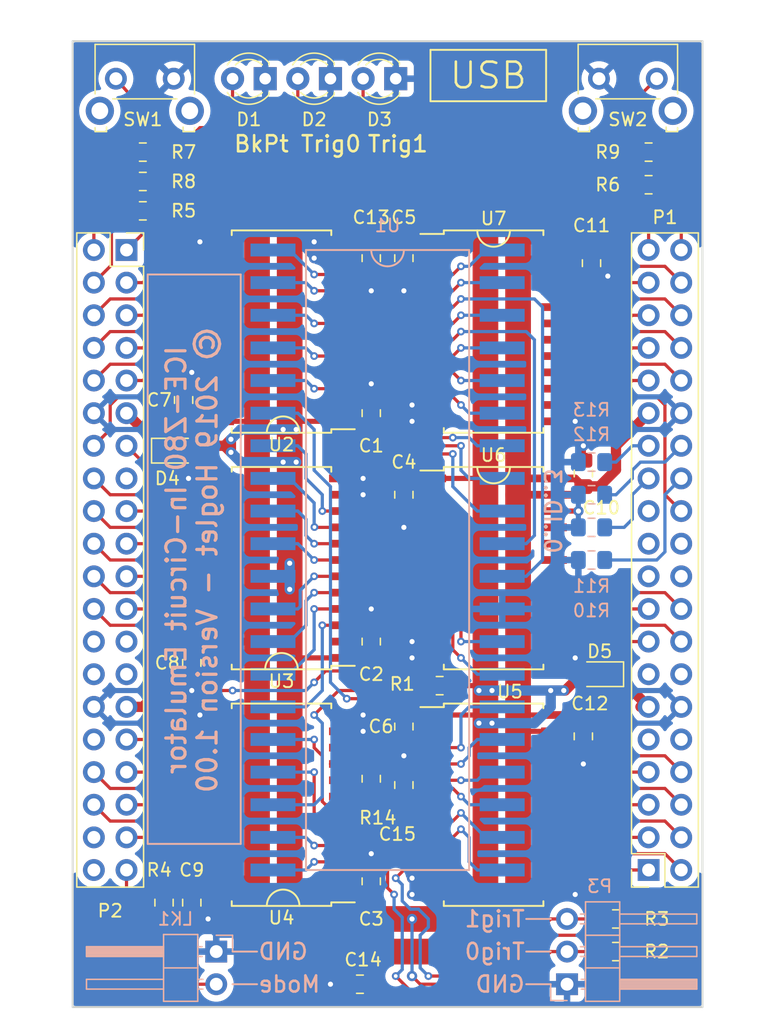
<source format=kicad_pcb>
(kicad_pcb (version 20221018) (generator pcbnew)
  (layers (0 "F.Cu" signal) (31 "B.Cu" signal) (34 "B.Paste" user) (35 "F.Paste" user) (36 "B.SilkS" user "B.Silkscreen") (37 "F.SilkS" user "F.Silkscreen") (38 "B.Mask" user) (39 "F.Mask" user) (44 "Edge.Cuts" user))
  (net 0 "")
  (net 1 "/GND")
  (net 2 "/D7")
  (net 3 "/D6")
  (net 4 "/D5")
  (net 5 "/D4")
  (net 6 "/D3")
  (net 7 "/D2")
  (net 8 "/D1")
  (net 9 "/D0")
  (net 10 "/5V")
  (net 11 "/3V3")
  (net 12 "/A0")
  (net 13 "/A1")
  (net 14 "/A2")
  (net 15 "/A3")
  (net 16 "/A4")
  (net 17 "/A5")
  (net 18 "/A6")
  (net 19 "/A7")
  (net 20 "/A8")
  (net 21 "/A9")
  (net 22 "/A10")
  (net 23 "/A11")
  (net 24 "/A12")
  (net 25 "/A13")
  (net 26 "/A14")
  (net 27 "/A15")
  (net 28 "Net-(R1-Pad2)")
  (net 29 "/LV_A0")
  (net 30 "/LV_A1")
  (net 31 "/LV_A2")
  (net 32 "/LV_A3")
  (net 33 "/LV_A4")
  (net 34 "/LV_A5")
  (net 35 "/LV_A6")
  (net 36 "/LV_A7")
  (net 37 "/LV_A9")
  (net 38 "/LV_A10")
  (net 39 "/LV_A11")
  (net 40 "/LV_A15")
  (net 41 "/LV_A14")
  (net 42 "/LV_A13")
  (net 43 "/LV_D7")
  (net 44 "/LV_D6")
  (net 45 "/LV_D5")
  (net 46 "/LV_D4")
  (net 47 "/LV_D3")
  (net 48 "/LV_D2")
  (net 49 "/LV_D1")
  (net 50 "/LV_D0")
  (net 51 "/LV_OED")
  (net 52 "/LV_A12")
  (net 53 "Net-(P1-Pad14)")
  (net 54 "Net-(P1-Pad13)")
  (net 55 "Net-(P1-Pad10)")
  (net 56 "Net-(P2-Pad28)")
  (net 57 "Net-(P2-Pad27)")
  (net 58 "Net-(P2-Pad25)")
  (net 59 "Net-(P2-Pad15)")
  (net 60 "Net-(D1-Pad2)")
  (net 61 "Net-(D2-Pad2)")
  (net 62 "Net-(D3-Pad2)")
  (net 63 "/VIN2")
  (net 64 "/VIN1")
  (net 65 "/SW2")
  (net 66 "/LED3")
  (net 67 "/LV_TRIG1")
  (net 68 "/LV_TRIG0")
  (net 69 "/JUMPER")
  (net 70 "/LED2")
  (net 71 "/SW1")
  (net 72 "/LED1")
  (net 73 "/TRIG1")
  (net 74 "/TRIG0")
  (net 75 "/LV_DIRD")
  (net 76 "/ID3")
  (net 77 "/ID2")
  (net 78 "/ID1")
  (net 79 "/ID0")
  (net 80 "Net-(P1-Pad23)")
  (net 81 "Net-(P1-Pad22)")
  (net 82 "Net-(P1-Pad21)")
  (net 83 "Net-(P1-Pad20)")
  (net 84 "Net-(P1-Pad19)")
  (net 85 "Net-(P1-Pad9)")
  (net 86 "Net-(P2-Pad40)")
  (net 87 "Net-(P2-Pad38)")
  (net 88 "Net-(P2-Pad32)")
  (net 89 "Net-(P2-Pad26)")
  (net 90 "/RFSH")
  (net 91 "/M1")
  (net 92 "/RESET")
  (net 93 "/BUSRQ")
  (net 94 "/WAIT")
  (net 95 "/BUSACK")
  (net 96 "/WR")
  (net 97 "/IORQ")
  (net 98 "/MREQ")
  (net 99 "/HALT")
  (net 100 "/NMI")
  (net 101 "/INT")
  (net 102 "/CLK")
  (net 103 "/RD")
  (net 104 "/LV_OEC")
  (net 105 "/LV_WR")
  (net 106 "/LV_RD")
  (net 107 "/LV_IORQ")
  (net 108 "/LV_MREQ")
  (net 109 "/LV_RFSH")
  (net 110 "/LV_M1")
  (net 111 "/LV_BUSACK")
  (net 112 "/LV_HALT")
  (net 113 "/LV_CLK")
  (net 114 "/LV_RESET")
  (net 115 "/LV_BUSRQ")
  (net 116 "/LV_WAIT")
  (net 117 "/LV_INT")
  (net 118 "/LV_NMI")
  (net 119 "Net-(U6-Pad21)")
  (net 120 "Net-(U6-Pad20)")
  (net 121 "Net-(U6-Pad19)")
  (net 122 "Net-(U6-Pad18)")
  (net 123 "Net-(U6-Pad6)")
  (net 124 "Net-(U6-Pad5)")
  (net 125 "Net-(U6-Pad4)")
  (net 126 "Net-(U6-Pad3)")
  (net 127 "Net-(U4-Pad10)")
  (net 128 "Net-(U4-Pad9)")
  (net 129 "Net-(U4-Pad17)")
  (net 130 "Net-(U4-Pad16)")
  (net 131 "Net-(U4-Pad15)")
  (net 132 "Net-(U4-Pad14)")
  (net 133 "Net-(U4-Pad8)")
  (net 134 "Net-(U4-Pad7)")
  (net 135 "/LV_A8")
  (net 136 "/LV_OEA1")
  (net 137 "/LV_OEA2")
  (net 138 "/FILTERED_CLK")
  (footprint "Capacitor_SMD:C_0805_2012Metric_Pad1.15x1.40mm_HandSolder" (layer "F.Cu") (at 191.77 78.74 90)
    (fp_text reference "C1")
    (fp_text value "100nF")
  )
  (footprint "Capacitor_SMD:C_0805_2012Metric_Pad1.15x1.40mm_HandSolder" (layer "F.Cu") (at 191.77 96.52 90)
    (fp_text reference "C2")
    (fp_text value "100nF")
  )
  (footprint "Capacitor_SMD:C_0805_2012Metric_Pad1.15x1.40mm_HandSolder" (layer "F.Cu") (at 191.77 115.18 90)
    (fp_text reference "C3")
    (fp_text value "100nF")
  )
  (footprint "Capacitor_SMD:C_0805_2012Metric_Pad1.15x1.40mm_HandSolder" (layer "F.Cu") (at 194.31 85.09 -90)
    (fp_text reference "C4")
    (fp_text value "100nF")
  )
  (footprint "Capacitor_SMD:C_0805_2012Metric_Pad1.15x1.40mm_HandSolder" (layer "F.Cu") (at 194.31 66.675 -90)
    (fp_text reference "C5")
    (fp_text value "100nF")
  )
  (footprint "Capacitor_SMD:C_0805_2012Metric_Pad1.15x1.40mm_HandSolder" (layer "F.Cu") (at 177.165 77.715 90)
    (fp_text reference "C7")
    (fp_text value "100nF")
  )
  (footprint "Capacitor_SMD:C_0805_2012Metric_Pad1.15x1.40mm_HandSolder" (layer "F.Cu") (at 177.8 98.18 -90)
    (fp_text reference "C8")
    (fp_text value "100nF")
  )
  (footprint "Capacitor_SMD:C_0805_2012Metric_Pad1.15x1.40mm_HandSolder" (layer "F.Cu") (at 177.8 116.84 -90)
    (fp_text reference "C9")
    (fp_text value "100nF")
  )
  (footprint "footprints:SOIC-24W_7.5x15.4mm_Pitch1.27mm" (layer "F.Cu") (at 184.785 90.805 180)
    (fp_text reference "U3")
    (fp_text value "74LVC4245")
  )
  (footprint "footprints:SOIC-24W_7.5x15.4mm_Pitch1.27mm" (layer "F.Cu") (at 201.295 90.805)
    (fp_text reference "U6")
    (fp_text value "74LVC4245")
  )
  (footprint "Connector_PinSocket_2.54mm:PinSocket_2x20_P2.54mm_Vertical" (layer "F.Cu") (at 213.36 114.3 180)
    (fp_text reference "P1")
    (fp_text value "Conn_02x20_Odd_Even")
  )
  (footprint "Diode_SMD:D_0805_2012Metric_Pad1.15x1.40mm_HandSolder" (layer "F.Cu") (at 209.55 99.06 180)
    (fp_text reference "D5")
    (fp_text value "MBR130")
  )
  (footprint "footprints:SW_Tactile_SKHH_Angled" (layer "F.Cu") (at 171.8945 52.705)
    (fp_text reference "SW1")
    (fp_text value "SW_Push")
  )
  (footprint "Resistor_SMD:R_0805_2012Metric_Pad1.15x1.40mm_HandSolder" (layer "F.Cu") (at 210.82 118.11 180)
    (fp_text reference "R3")
    (fp_text value "22K")
  )
  (footprint "Resistor_SMD:R_0805_2012Metric_Pad1.15x1.40mm_HandSolder" (layer "F.Cu") (at 210.82 120.65 180)
    (fp_text reference "R2")
    (fp_text value "22K")
  )
  (footprint "Resistor_SMD:R_0805_2012Metric_Pad1.15x1.40mm_HandSolder" (layer "F.Cu") (at 213.36 60.96)
    (fp_text reference "R6")
    (fp_text value "22K")
  )
  (footprint "footprints:SOIC-24W_7.5x15.4mm_Pitch1.27mm" (layer "F.Cu") (at 201.295 72.39)
    (fp_text reference "U7")
    (fp_text value "74LVC4245")
  )
  (footprint "Resistor_SMD:R_0805_2012Metric_Pad1.15x1.40mm_HandSolder" (layer "F.Cu") (at 173.99 60.706)
    (fp_text reference "R8")
    (fp_text value "330")
  )
  (footprint "Resistor_SMD:R_0805_2012Metric_Pad1.15x1.40mm_HandSolder" (layer "F.Cu") (at 173.99 58.42)
    (fp_text reference "R7")
    (fp_text value "330")
  )
  (footprint "Resistor_SMD:R_0805_2012Metric_Pad1.15x1.40mm_HandSolder" (layer "F.Cu") (at 173.99 62.992 180)
    (fp_text reference "R5")
    (fp_text value "22K")
  )
  (footprint "footprints:SW_Tactile_SKHH_Angled" (layer "F.Cu") (at 209.495 52.705)
    (fp_text reference "SW2")
    (fp_text value "SW_Push")
  )
  (footprint "LED_THT:LED_D3.0mm" (layer "F.Cu") (at 183.515 52.705 180)
    (fp_text reference "D1")
    (fp_text value "LED")
  )
  (footprint "Resistor_SMD:R_0805_2012Metric_Pad1.15x1.40mm_HandSolder" (layer "F.Cu") (at 213.36 58.42 180)
    (fp_text reference "R9")
    (fp_text value "330")
  )
  (footprint "Connector_PinSocket_2.54mm:PinSocket_2x20_P2.54mm_Vertical" (layer "F.Cu") (at 172.72 66.04)
    (fp_text reference "P2")
    (fp_text value "Conn_02x20_Odd_Even")
  )
  (footprint "Diode_SMD:D_0805_2012Metric_Pad1.15x1.40mm_HandSolder" (layer "F.Cu") (at 176.53 81.661)
    (fp_text reference "D4")
    (fp_text value "MBR130")
  )
  (footprint "LED_THT:LED_D3.0mm" (layer "F.Cu") (at 193.675 52.705 180)
    (fp_text reference "D3")
    (fp_text value "LED")
  )
  (footprint "LED_THT:LED_D3.0mm" (layer "F.Cu") (at 188.595 52.705 180)
    (fp_text reference "D2")
    (fp_text value "LED")
  )
  (footprint "Capacitor_SMD:C_0805_2012Metric_Pad1.15x1.40mm_HandSolder" (layer "F.Cu") (at 190.89 123.19 180)
    (fp_text reference "C14")
    (fp_text value "10uF")
  )
  (footprint "Resistor_SMD:R_0805_2012Metric_Pad1.15x1.40mm_HandSolder" (layer "F.Cu") (at 175.641 116.84 -90)
    (fp_text reference "R4")
    (fp_text value "22K")
  )
  (footprint "footprints:SOIC-24W_7.5x15.4mm_Pitch1.27mm" (layer "F.Cu") (at 184.785 109.22 180)
    (fp_text reference "U4")
    (fp_text value "74LVC4245")
  )
  (footprint "Capacitor_SMD:C_0805_2012Metric_Pad1.15x1.40mm_HandSolder" (layer "F.Cu") (at 208.915 67.065 -90)
    (fp_text reference "C11")
    (fp_text value "100nF")
  )
  (footprint "Capacitor_SMD:C_0805_2012Metric_Pad1.15x1.40mm_HandSolder" (layer "F.Cu") (at 191.77 66.675 -90)
    (fp_text reference "C13")
    (fp_text value "10uF")
  )
  (footprint "Capacitor_SMD:C_0805_2012Metric_Pad1.15x1.40mm_HandSolder" (layer "F.Cu") (at 208.28 83.43 90)
    (fp_text reference "C10")
    (fp_text value "100nF")
  )
  (footprint "Resistor_SMD:R_0805_2012Metric_Pad1.15x1.40mm_HandSolder" (layer "F.Cu") (at 197.095 99.949 180)
    (fp_text reference "R1")
    (fp_text value "22K")
  )
  (footprint "footprints:SOIC-24W_7.5x15.4mm_Pitch1.27mm" (layer "F.Cu") (at 184.785 72.39 180)
    (fp_text reference "U2")
    (fp_text value "74LVC4245")
  )
  (footprint "Capacitor_SMD:C_0805_2012Metric_Pad1.15x1.40mm_HandSolder" (layer "F.Cu") (at 194.31 103.133 -90)
    (fp_text reference "C6")
    (fp_text value "100nF")
  )
  (footprint "Capacitor_SMD:C_0805_2012Metric_Pad1.15x1.40mm_HandSolder" (layer "F.Cu") (at 208.28 103.895 -90)
    (fp_text reference "C12")
    (fp_text value "100nF")
  )
  (footprint "footprints:SOIC-24W_7.5x15.4mm_Pitch1.27mm" (layer "F.Cu") (at 201.295 109.22)
    (fp_text reference "U5")
    (fp_text value "74LVC4245")
  )
  (footprint "Capacitor_SMD:C_0805_2012Metric_Pad1.15x1.40mm_HandSolder" (layer "F.Cu") (at 194.31 107.687 90)
    (fp_text reference "C15")
    (fp_text value "0pF")
  )
  (footprint "Resistor_SMD:R_0805_2012Metric_Pad1.15x1.40mm_HandSolder" (layer "F.Cu") (at 191.77 107.197 90)
    (fp_text reference "R14")
    (fp_text value "0")
  )
  (footprint "Connector_PinHeader_2.54mm:PinHeader_1x02_P2.54mm_Horizontal" (layer "B.Cu") (at 179.705 120.65 180)
    (fp_text reference "LK1")
    (fp_text value "Conn_01x02")
  )
  (footprint "Connector_PinHeader_2.54mm:PinHeader_1x03_P2.54mm_Horizontal" (layer "B.Cu") (at 207.01 123.19)
    (fp_text reference "P3")
    (fp_text value "Conn_01x03")
  )
  (footprint "Resistor_SMD:R_0805_2012Metric_Pad1.15x1.40mm_HandSolder" (layer "B.Cu") (at 208.915 85.09)
    (fp_text reference "R12")
    (fp_text value "0")
  )
  (footprint "footprints:dip40_smt_header" (layer "B.Cu") (at 185.42 66.04 180)
    (fp_text reference "U1")
    (fp_text value "Z80CPU")
  )
  (footprint "Resistor_SMD:R_0805_2012Metric_Pad1.15x1.40mm_HandSolder" (layer "B.Cu") (at 208.915 87.63)
    (fp_text reference "R11")
    (fp_text value "0")
  )
  (footprint "Resistor_SMD:R_0805_2012Metric_Pad1.15x1.40mm_HandSolder" (layer "B.Cu") (at 208.915 82.55)
    (fp_text reference "R13")
    (fp_text value "0")
  )
  (footprint "Resistor_SMD:R_0805_2012Metric_Pad1.15x1.40mm_HandSolder" (layer "B.Cu") (at 208.915 90.17)
    (fp_text reference "R10")
    (fp_text value "0")
  )
  (gr_line (start 180.975 120.65) (end 182.88 120.65) (stroke (width 0.15)) (layer "B.SilkS"))
  (gr_line (start 180.975 123.19) (end 182.88 123.19) (stroke (width 0.15)) (layer "B.SilkS"))
  (gr_line (start 181.61 67.945) (end 174.371 67.945) (stroke (width 0.15)) (layer "B.SilkS"))
  (gr_line (start 181.61 112.268) (end 181.61 67.945) (stroke (width 0.15)) (layer "B.SilkS"))
  (gr_line (start 174.371 67.945) (end 174.371 112.268) (stroke (width 0.15)) (layer "B.SilkS"))
  (gr_line (start 203.835 118.11) (end 205.74 118.11) (stroke (width 0.15)) (layer "B.SilkS"))
  (gr_line (start 203.835 120.65) (end 205.74 120.65) (stroke (width 0.15)) (layer "B.SilkS"))
  (gr_line (start 174.371 112.268) (end 181.61 112.268) (stroke (width 0.15)) (layer "B.SilkS"))
  (gr_line (start 203.835 123.19) (end 205.74 123.19) (stroke (width 0.15)) (layer "B.SilkS"))
  (gr_line (start 205.38 54.46) (end 196.38 54.46) (stroke (width 0.15)) (layer "F.SilkS"))
  (gr_line (start 205.38 50.46) (end 205.38 54.46) (stroke (width 0.15)) (layer "F.SilkS"))
  (gr_line (start 196.38 54.46) (end 196.38 50.46) (stroke (width 0.15)) (layer "F.SilkS"))
  (gr_line (start 196.38 50.46) (end 205.38 50.46) (stroke (width 0.15)) (layer "F.SilkS"))
  (gr_arc (start 202.565 64.516) (mid 201.295 65.786) (end 200.025 64.516) (stroke (width 0.15)) (layer "F.SilkS"))
  (gr_arc (start 202.565 82.931) (mid 201.295 84.201) (end 200.025 82.931) (stroke (width 0.15)) (layer "F.SilkS"))
  (gr_arc (start 183.515 98.679) (mid 184.785 97.409) (end 186.055 98.679) (stroke (width 0.15)) (layer "F.SilkS"))
  (gr_arc (start 183.642 117.094) (mid 184.912 115.824) (end 186.182 117.094) (stroke (width 0.15)) (layer "F.SilkS"))
  (gr_arc (start 183.642 80.264) (mid 184.912 78.994) (end 186.182 80.264) (stroke (width 0.15)) (layer "F.SilkS"))
  (gr_line (start 217.551 124.968) (end 168.529 124.968) (stroke (width 0.15)) (layer "Edge.Cuts"))
  (gr_line (start 168.529 124.968) (end 168.529 49.784) (stroke (width 0.15)) (layer "Edge.Cuts"))
  (gr_line (start 168.529 49.784) (end 217.551 49.784) (stroke (width 0.15)) (layer "Edge.Cuts"))
  (gr_line (start 217.551 49.784) (end 217.551 124.968) (stroke (width 0.15)) (layer "Edge.Cuts"))
  (gr_text "GND" (at 203.835 123.19) (layer "B.SilkS") (effects (font (size 1.25 1.25) (thickness 0.2)) (justify left mirror)))
  (gr_text "Trig0" (at 203.835 120.65) (layer "B.SilkS") (effects (font (size 1.25 1.25) (thickness 0.2)) (justify left mirror)))
  (gr_text "GND" (at 182.88 120.65) (layer "B.SilkS") (effects (font (size 1.25 1.25) (thickness 0.2)) (justify right mirror)))
  (gr_text "Mode" (at 182.88 123.19) (layer "B.SilkS") (effects (font (size 1.25 1.25) (thickness 0.2)) (justify right mirror)))
  (gr_text "ICE-Z80 In-Circuit Emulator\n© 2019 Hoglet - Version 1.00" (at 177.8 90.17 90) (layer "B.SilkS") (effects (font (size 1.5 1.5) (thickness 0.25)) (justify mirror)))
  (gr_text "0..ID..3" (at 205.867 86.36 270) (layer "B.SilkS") (effects (font (size 1.25 1.25) (thickness 0.2)) (justify mirror)))
  (gr_text "Trig1" (at 203.835 118.11) (layer "B.SilkS") (effects (font (size 1.25 1.25) (thickness 0.2)) (justify left mirror)))
  (gr_text "USB" (at 200.88 52.46) (layer "F.SilkS") (effects (font (size 2 2) (thickness 0.2))))
  (gr_text "Trig1" (at 191.389 57.785) (layer "F.SilkS") (effects (font (size 1.25 1.25) (thickness 0.2)) (justify left)))
  (gr_text "BkPt" (at 180.975 57.785) (layer "F.SilkS") (effects (font (size 1.25 1.25) (thickness 0.2)) (justify left)))
  (gr_text "Trig0" (at 186.182 57.785) (layer "F.SilkS") (effects (font (size 1.25 1.25) (thickness 0.2)) (justify left)))
  (segment (start 195.58 66.675) (end 196.595 66.675) (width 0.4) (layer "F.Cu") (net 1))
  (segment (start 189.485 114.935) (end 190.99 114.935) (width 0.4) (layer "F.Cu") (net 1))
  (segment (start 191.77 114.155) (end 191.77 113.03) (width 0.4) (layer "F.Cu") (net 1))
  (segment (start 189.485 78.105) (end 191.38 78.105) (width 0.4) (layer "F.Cu") (net 1))
  (segment (start 177.8 75.565) (end 177.165 76.2) (width 0.4) (layer "F.Cu") (net 1))
  (segment (start 210.167 68.09) (end 208.915 68.09) (width 0.4) (layer "F.Cu") (net 1))
  (segment (start 191.77 95.495) (end 191.77 93.98) (width 0.4) (layer "F.Cu") (net 1))
  (segment (start 180.085 102.235) (end 178.435 102.235) (width 0.4) (layer "F.Cu") (net 1))
  (segment (start 194.31 67.925) (end 194.31 69.215) (width 0.4) (layer "F.Cu") (net 1))
  (segment (start 205.995 86.36) (end 207.899 86.36) (width 0.4) (layer "F.Cu") (net 1))
  (segment (start 194.31 67.7) (end 194.555 67.7) (width 0.4) (layer "F.Cu") (net 1))
  (segment (start 194.945 96.52) (end 196.595 96.52) (width 0.4) (layer "F.Cu") (net 1))
  (segment (start 208.28 104.92) (end 208.28 106.045) (width 0.4) (layer "F.Cu") (net 1))
  (segment (start 196.595 114.935) (end 194.945 114.935) (width 0.4) (layer "F.Cu") (net 1))
  (segment (start 189.485 103.505) (end 191.135 103.505) (width 0.4) (layer "F.Cu") (net 1))
  (segment (start 196.595 85.09) (end 195.335 85.09) (width 0.4) (layer "F.Cu") (net 1))
  (segment (start 205.995 97.79) (end 207.645 97.79) (width 0.4) (layer "F.Cu") (net 1))
  (segment (start 191.77 77.715) (end 191.77 76.454) (width 0.4) (layer "F.Cu") (net 1))
  (segment (start 194.31 86.115) (end 194.31 87.63) (width 0.4) (layer "F.Cu") (net 1))
  (segment (start 191.77 67.7) (end 191.77 69.215) (width 0.4) (layer "F.Cu") (net 1))
  (segment (start 194.555 67.7) (end 195.58 66.675) (width 0.4) (layer "F.Cu") (net 1))
  (segment (start 191.77 113.685) (end 191.77 114.155) (width 0.4) (layer "F.Cu") (net 1))
  (segment (start 194.31 106.662) (end 194.31 105.41) (width 0.4) (layer "F.Cu") (net 1))
  (segment (start 196.595 79.375) (end 194.945 79.375) (width 0.4) (layer "F.Cu") (net 1))
  (segment (start 177.8 117.865) (end 177.8 118.09) (width 0.4) (layer "F.Cu") (net 1))
  (segment (start 205.995 79.375) (end 207.645 79.375) (width 0.4) (layer "F.Cu") (net 1))
  (segment (start 189.485 66.675) (end 187.325 66.675) (width 0.4) (layer "F.Cu") (net 1))
  (segment (start 196.595 97.79) (end 194.945 97.79) (width 0.4) (layer "F.Cu") (net 1))
  (segment (start 194.31 104.53) (end 194.31 105.41) (width 0.4) (layer "F.Cu") (net 1))
  (segment (start 205.995 116.205) (end 207.645 116.205) (width 0.4) (layer "F.Cu") (net 1))
  (segment (start 194.945 116.205) (end 196.595 116.205) (width 0.4) (layer "F.Cu") (net 1))
  (segment (start 189.72 123.19) (end 188.595 123.19) (width 0.4) (layer "F.Cu") (net 1))
  (segment (start 196.595 78.105) (end 194.945 78.105) (width 0.4) (layer "F.Cu") (net 1))
  (segment (start 189.485 85.09) (end 191.135 85.09) (width 0.4) (layer "F.Cu") (net 1))
  (segment (start 191.38 78.105) (end 191.77 77.715) (width 0.4) (layer "F.Cu") (net 1))
  (segment (start 210.185 68.072) (end 210.167 68.09) (width 0.4) (layer "F.Cu") (net 1))
  (segment (start 208.135 104.775) (end 208.28 104.92) (width 0.4) (layer "F.Cu") (net 1))
  (segment (start 187.325 65.405) (end 189.485 65.405) (width 0.4) (layer "F.Cu") (net 1))
  (segment (start 191.135 83.82) (end 189.485 83.82) (width 0.4) (layer "F.Cu") (net 1))
  (segment (start 205.995 104.775) (end 208.135 104.775) (width 0.4) (layer "F.Cu") (net 1))
  (segment (start 208.28 81.28) (end 208.28 81.935) (width 0.4) (layer "F.Cu") (net 1))
  (segment (start 177.8 117.865) (end 178.825 117.865) (width 0.4) (layer "F.Cu") (net 1))
  (segment (start 177.546 83.82) (end 180.085 83.82) (width 0.4) (layer "F.Cu") (net 1))
  (segment (start 178.825 117.865) (end 179.07 118.11) (width 0.4) (layer "F.Cu") (net 1))
  (segment (start 189.485 102.235) (end 191.135 102.235) (width 0.4) (layer "F.Cu") (net 1))
  (segment (start 190.99 114.935) (end 191.77 114.155) (width 0.4) (layer "F.Cu") (net 1))
  (segment (start 177.8 99.675) (end 177.8 100.33) (width 0.4) (layer "F.Cu") (net 1))
  (segment (start 180.085 65.405) (end 178.435 65.405) (width 0.4) (layer "F.Cu") (net 1))
  (segment (start 177.165 76.2) (end 177.165 76.445) (width 0.4) (layer "F.Cu") (net 1))
  (segment (start 195.335 85.09) (end 194.31 86.115) (width 0.4) (layer "F.Cu") (net 1))
  (via (at 187.325 66.675) (size 0.8) (drill 0.4) (layers "F.Cu" "B.Cu") (net 1))
  (via (at 194.945 97.79) (size 0.8) (drill 0.4) (layers "F.Cu" "B.Cu") (net 1))
  (via (at 208.28 81.28) (size 0.8) (drill 0.4) (layers "F.Cu" "B.Cu") (net 1))
  (via (at 194.31 69.215) (size 0.8) (drill 0.4) (layers "F.Cu" "B.Cu") (net 1))
  (via (at 207.645 116.205) (size 0.8) (drill 0.4) (layers "F.Cu" "B.Cu") (net 1))
  (via (at 208.28 106.045) (size 0.8) (drill 0.4) (layers "F.Cu" "B.Cu") (net 1))
  (via (at 194.945 96.52) (size 0.8) (drill 0.4) (layers "F.Cu" "B.Cu") (net 1))
  (via (at 191.135 103.505) (size 0.8) (drill 0.4) (layers "F.Cu" "B.Cu") (net 1))
  (via (at 191.135 102.235) (size 0.8) (drill 0.4) (layers "F.Cu" "B.Cu") (net 1))
  (via (at 177.8 100.33) (size 0.8) (drill 0.4) (layers "F.Cu" "B.Cu") (net 1))
  (via (at 207.645 79.375) (size 0.8) (drill 0.4) (layers "F.Cu" "B.Cu") (net 1))
  (via (at 210.185 68.072) (size 0.8) (drill 0.4) (layers "F.Cu" "B.Cu") (net 1))
  (via (at 191.77 69.215) (size 0.8) (drill 0.4) (layers "F.Cu" "B.Cu") (net 1))
  (via (at 194.31 105.41) (size 0.8) (drill 0.4) (layers "F.Cu" "B.Cu") (net 1))
  (via (at 191.77 93.98) (size 0.8) (drill 0.4) (layers "F.Cu" "B.Cu") (net 1))
  (via (at 191.77 113.03) (size 0.8) (drill 0.4) (layers "F.Cu" "B.Cu") (net 1))
  (via (at 191.77 76.454) (size 0.8) (drill 0.4) (layers "F.Cu" "B.Cu") (net 1))
  (via (at 191.135 85.09) (size 0.8) (drill 0.4) (layers "F.Cu" "B.Cu") (net 1))
  (via (at 178.435 65.405) (size 0.8) (drill 0.4) (layers "F.Cu" "B.Cu") (net 1))
  (via (at 207.899 86.36) (size 0.8) (drill 0.4) (layers "F.Cu" "B.Cu") (net 1))
  (via (at 194.945 78.105) (size 0.8) (drill 0.4) (layers "F.Cu" "B.Cu") (net 1))
  (via (at 194.945 116.205) (size 0.8) (drill 0.4) (layers "F.Cu" "B.Cu") (net 1))
  (via (at 194.945 114.935) (size 0.8) (drill 0.4) (layers "F.Cu" "B.Cu") (net 1))
  (via (at 178.435 102.235) (size 0.8) (drill 0.4) (layers "F.Cu" "B.Cu") (net 1))
  (via (at 194.31 87.63) (size 0.8) (drill 0.4) (layers "F.Cu" "B.Cu") (net 1))
  (via (at 194.945 79.375) (size 0.8) (drill 0.4) (layers "F.Cu" "B.Cu") (net 1))
  (via (at 179.07 118.11) (size 0.8) (drill 0.4) (layers "F.Cu" "B.Cu") (net 1))
  (via (at 177.8 75.565) (size 0.8) (drill 0.4) (layers "F.Cu" "B.Cu") (net 1))
  (via (at 177.546 83.82) (size 0.8) (drill 0.4) (layers "F.Cu" "B.Cu") (net 1))
  (via (at 191.135 83.82) (size 0.8) (drill 0.4) (layers "F.Cu" "B.Cu") (net 1))
  (via (at 188.595 123.19) (size 0.8) (drill 0.4) (layers "F.Cu" "B.Cu") (net 1))
  (via (at 187.325 65.405) (size 0.8) (drill 0.4) (layers "F.Cu" "B.Cu") (net 1))
  (via (at 207.645 97.79) (size 0.8) (drill 0.4) (layers "F.Cu" "B.Cu") (net 1))
  (segment (start 174.625 80.01) (end 171.45 80.01) (width 0.4) (layer "B.Cu") (net 1))
  (segment (start 171.45 80.01) (end 170.18 78.74) (width 0.4) (layer "B.Cu") (net 1))
  (segment (start 174.625 78.74) (end 174.625 80.01) (width 0.4) (layer "B.Cu") (net 1))
  (segment (start 214.63 77.47) (end 210.185 77.47) (width 0.4) (layer "B.Cu") (net 1))
  (segment (start 210.185 77.47) (end 210.185 80.01) (width 0.4) (layer "B.Cu") (net 1))
  (segment (start 214.63 80.01) (end 215.9 78.74) (width 0.4) (layer "B.Cu") (net 1))
  (segment (start 171.45 102.87) (end 175.26 102.87) (width 0.4) (layer "B.Cu") (net 1))
  (segment (start 171.45 100.33) (end 175.26 100.33) (width 0.4) (layer "B.Cu") (net 1))
  (segment (start 171.45 77.47) (end 173.99 77.47) (width 0.4) (layer "B.Cu") (net 1))
  (segment (start 173.99 77.47) (end 174.9425 78.4225) (width 0.4) (layer "B.Cu") (net 1))
  (segment (start 174.9425 78.4225) (end 175.26 78.105) (width 0.4) (layer "B.Cu") (net 1))
  (segment (start 175.26 78.105) (end 174.625 78.74) (width 0.4) (layer "B.Cu") (net 1))
  (segment (start 209.55 97.79) (end 207.645 97.79) (width 0.4) (layer "B.Cu") (net 1))
  (segment (start 214.63 102.87) (end 210.82 102.87) (width 0.4) (layer "B.Cu") (net 1))
  (segment (start 178.435 102.235) (end 178.435 102.87) (width 0.4) (layer "B.Cu") (net 1))
  (segment (start 191.77 113.03) (end 191.77 119.38) (width 0.4) (layer "B.Cu") (net 1))
  (segment (start 207.01 123.19) (end 208.915 123.19) (width 0.4) (layer "B.Cu") (net 1))
  (segment (start 191.135 81.915) (end 194.31 78.74) (width 0.4) (layer "B.Cu") (net 1))
  (segment (start 177.8 100.33) (end 178.435 100.33) (width 0.4) (layer "B.Cu") (net 1))
  (segment (start 188.595 119.38) (end 188.595 123.19) (width 0.4) (layer "B.Cu") (net 1))
  (segment (start 194.31 105.41) (end 191.77 105.41) (width 0.4) (layer "B.Cu") (net 1))
  (segment (start 194.945 97.79) (end 194.945 96.52) (width 0.4) (layer "B.Cu") (net 1))
  (segment (start 215.9 101.6) (end 214.63 100.33) (width 0.4) (layer "B.Cu") (net 1))
  (segment (start 207.899 86.36) (end 207.89 86.369) (width 0.4) (layer "B.Cu") (net 1))
  (segment (start 191.135 83.82) (end 191.135 81.915) (width 0.4) (layer "B.Cu") (net 1))
  (segment (start 194.945 79.375) (end 194.945 78.105) (width 0.4) (layer "B.Cu") (net 1))
  (segment (start 177.8 75.565) (end 177.8 66.04) (width 0.4) (layer "B.Cu") (net 1))
  (segment (start 187.325 66.675) (end 187.325 65.405) (width 0.4) (layer "B.Cu") (net 1))
  (segment (start 179.705 119.38) (end 179.705 120.65) (width 0.4) (layer "B.Cu") (net 1))
  (segment (start 191.77 93.98) (end 193.675 96.52) (width 0.4) (layer "B.Cu") (net 1))
  (segment (start 177.546 83.82) (end 175.26 81.534) (width 0.4) (layer "B.Cu") (net 1))
  (segment (start 175.26 80.645) (end 174.625 80.01) (width 0.4) (layer "B.Cu") (net 1))
  (segment (start 208.28 79.375) (end 207.645 79.375) (width 0.4) (layer "B.Cu") (net 1))
  (segment (start 194.056 78.74) (end 194.31 78.74) (width 0.4) (layer "B.Cu") (net 1))
  (segment (start 207.01 123.19) (end 207.645 123.19) (width 0.4) (layer "B.Cu") (net 1))
  (segment (start 191.135 102.235) (end 191.135 103.505) (width 0.4) (layer "B.Cu") (net 1))
  (segment (start 170.18 101.6) (end 171.45 100.33) (width 0.4) (layer "B.Cu") (net 1))
  (segment (start 191.77 113.03) (end 191.77 105.41) (width 0.4) (layer "B.Cu") (net 1))
  (segment (start 191.77 76.454) (end 194.056 78.74) (width 0.4) (layer "B.Cu") (net 1))
  (segment (start 207.899 86.36) (end 207.89 86.351) (width 0.4) (layer "B.Cu") (net 1))
  (segment (start 191.135 101.6) (end 194.945 97.79) (width 0.4) (layer "B.Cu") (net 1))
  (segment (start 175.26 102.87) (end 175.26 100.33) (width 0.4) (layer "B.Cu") (net 1))
  (segment (start 210.185 68.072) (end 210.185 77.47) (width 0.4) (layer "B.Cu") (net 1))
  (segment (start 179.07 118.11) (end 179.07 118.745) (width 0.4) (layer "B.Cu") (net 1))
  (segment (start 208.28 106.045) (end 210.82 103.505) (width 0.4) (layer "B.Cu") (net 1))
  (segment (start 193.675 96.52) (end 194.945 96.52) (width 0.4) (layer "B.Cu") (net 1))
  (segment (start 194.31 87.63) (end 191.77 87.63) (width 0.4) (layer "B.Cu") (net 1))
  (segment (start 191.135 102.235) (end 191.135 101.6) (width 0.4) (layer "B.Cu") (net 1))
  (segment (start 191.77 69.215) (end 194.31 69.215) (width 0.4) (layer "B.Cu") (net 1))
  (segment (start 210.82 100.33) (end 210.82 99.06) (width 0.4) (layer "B.Cu") (net 1))
  (segment (start 179.07 118.745) (end 179.705 119.38) (width 0.4) (layer "B.Cu") (net 1))
  (segment (start 191.135 103.505) (end 191.135 104.775) (width 0.4) (layer "B.Cu") (net 1))
  (segment (start 177.8 75.565) (end 175.26 78.105) (width 0.4) (layer "B.Cu") (net 1))
  (segment (start 215.9 101.6) (end 214.63 102.87) (width 0.4) (layer "B.Cu") (net 1))
  (segment (start 207.89 86.351) (end 207.89 85.09) (width 0.4) (layer "B.Cu") (net 1))
  (segment (start 208.915 123.19) (end 208.915 116.205) (width 0.4) (layer "B.Cu") (net 1))
  (segment (start 175.26 81.534) (end 175.26 80.645) (width 0.4) (layer "B.Cu") (net 1))
  (segment (start 170.18 101.6) (end 171.45 102.87) (width 0.4) (layer "B.Cu") (net 1))
  (segment (start 179.705 119.38) (end 191.77 119.38) (width 0.4) (layer "B.Cu") (net 1))
  (segment (start 208.28 81.28) (end 208.28 79.375) (width 0.4) (layer "B.Cu") (net 1))
  (segment (start 208.915 116.205) (end 207.645 116.205) (width 0.4) (layer "B.Cu") (net 1))
  (segment (start 207.89 86.369) (end 207.89 87.63) (width 0.4) (layer "B.Cu") (net 1))
  (segment (start 191.77 93.98) (end 191.77 87.63) (width 0.4) (layer "B.Cu") (net 1))
  (segment (start 210.82 99.06) (end 209.55 97.79) (width 0.4) (layer "B.Cu") (net 1))
  (segment (start 210.185 79.375) (end 208.28 79.375) (width 0.4) (layer "B.Cu") (net 1))
  (segment (start 210.82 103.505) (end 210.82 102.87) (width 0.4) (layer "B.Cu") (net 1))
  (segment (start 194.31 78.74) (end 194.945 78.74) (width 0.4) (layer "B.Cu") (net 1))
  (segment (start 191.135 85.09) (end 191.135 83.82) (width 0.4) (layer "B.Cu") (net 1))
  (segment (start 177.8 66.04) (end 178.435 65.405) (width 0.4) (layer "B.Cu") (net 1))
  (segment (start 210.185 80.01) (end 214.63 80.01) (width 0.4) (layer "B.Cu") (net 1))
  (segment (start 210.82 102.87) (end 210.82 100.33) (width 0.4) (layer "B.Cu") (net 1))
  (segment (start 194.945 116.205) (end 194.945 114.935) (width 0.4) (layer "B.Cu") (net 1))
  (segment (start 215.9 78.74) (end 214.63 77.47) (width 0.4) (layer "B.Cu") (net 1))
  (segment (start 178.435 102.87) (end 175.26 102.87) (width 0.4) (layer "B.Cu") (net 1))
  (segment (start 178.435 100.33) (end 178.435 102.235) (width 0.4) (layer "B.Cu") (net 1))
  (segment (start 214.63 100.33) (end 210.82 100.33) (width 0.4) (layer "B.Cu") (net 1))
  (segment (start 191.77 76.454) (end 191.77 69.215) (width 0.4) (layer "B.Cu") (net 1))
  (segment (start 194.945 113.03) (end 194.945 114.935) (width 0.4) (layer "B.Cu") (net 1))
  (segment (start 191.77 87.63) (end 191.77 85.725) (width 0.4) (layer "B.Cu") (net 1))
  (segment (start 191.77 85.725) (end 191.135 85.09) (width 0.4) (layer "B.Cu") (net 1))
  (segment (start 170.18 78.74) (end 171.45 77.47) (width 0.4) (layer "B.Cu") (net 1))
  (segment (start 191.135 104.775) (end 191.77 105.41) (width 0.4) (layer "B.Cu") (net 1))
  (segment (start 191.77 113.03) (end 194.945 113.03) (width 0.4) (layer "B.Cu") (net 1))
  (segment (start 189.485 92.71) (end 187.325 92.71) (width 0.25) (layer "F.Cu") (net 2))
  (via (at 187.325 92.71) (size 0.6) (drill 0.3) (layers "F.Cu" "B.Cu") (net 2))
  (segment (start 186.69 95.25) (end 186.69 93.345) (width 0.25) (layer "B.Cu") (net 2))
  (segment (start 185.42 96.52) (end 186.69 95.25) (width 0.25) (layer "B.Cu") (net 2))
  (segment (start 186.69 93.345) (end 187.325 92.71) (width 0.25) (layer "B.Cu") (net 2))
  (segment (start 187.325 90.17) (end 189.485 90.17) (width 0.25) (layer "F.Cu") (net 3))
  (via (at 187.325 90.17) (size 0.6) (drill 0.3) (layers "F.Cu" "B.Cu") (net 3))
  (segment (start 186.055 88.9) (end 187.325 90.17) (width 0.25) (layer "B.Cu") (net 3))
  (segment (start 185.42 88.9) (end 186.055 88.9) (width 0.25) (layer "B.Cu") (net 3))
  (segment (start 189.485 88.9) (end 187.325 88.9) (width 0.25) (layer "F.Cu") (net 4))
  (via (at 187.325 88.9) (size 0.6) (drill 0.3) (layers "F.Cu" "B.Cu") (net 4))
  (segment (start 186.055 86.36) (end 186.69 86.995) (width 0.25) (layer "B.Cu") (net 4))
  (segment (start 185.42 86.36) (end 186.055 86.36) (width 0.25) (layer "B.Cu") (net 4))
  (segment (start 186.69 86.995) (end 186.69 88.265) (width 0.25) (layer "B.Cu") (net 4))
  (segment (start 186.69 88.265) (end 187.325 88.9) (width 0.25) (layer "B.Cu") (net 4))
  (segment (start 187.960006 86.36) (end 187.96 86.360006) (width 0.25) (layer "F.Cu") (net 5))
  (segment (start 189.485 86.36) (end 187.960006 86.36) (width 0.25) (layer "F.Cu") (net 5))
  (via (at 187.96 86.360006) (size 0.6) (drill 0.3) (layers "F.Cu" "B.Cu") (net 5))
  (segment (start 186.69 83.82) (end 187.96 85.09) (width 0.25) (layer "B.Cu") (net 5))
  (segment (start 187.96 85.09) (end 187.96 86.360006) (width 0.25) (layer "B.Cu") (net 5))
  (segment (start 185.42 81.28) (end 186.055 81.28) (width 0.25) (layer "B.Cu") (net 5))
  (segment (start 186.69 81.915) (end 186.69 83.82) (width 0.25) (layer "B.Cu") (net 5))
  (segment (start 186.055 81.28) (end 186.69 81.915) (width 0.25) (layer "B.Cu") (net 5))
  (segment (start 187.37072 87.63) (end 187.347859 87.607139) (width 0.25) (layer "F.Cu") (net 6))
  (segment (start 189.485 87.63) (end 187.37072 87.63) (width 0.25) (layer "F.Cu") (net 6))
  (via (at 187.347859 87.607139) (size 0.6) (drill 0.3) (layers "F.Cu" "B.Cu") (net 6))
  (segment (start 187.325 87.58428) (end 187.347859 87.607139) (width 0.25) (layer "B.Cu") (net 6))
  (segment (start 187.325 85.725) (end 187.325 87.58428) (width 0.25) (layer "B.Cu") (net 6))
  (segment (start 185.42 83.82) (end 187.325 85.725) (width 0.25) (layer "B.Cu") (net 6))
  (segment (start 189.485 91.44) (end 187.325 91.44) (width 0.25) (layer "F.Cu") (net 7))
  (via (at 187.325 91.44) (size 0.6) (drill 0.3) (layers "F.Cu" "B.Cu") (net 7))
  (segment (start 185.42 93.98) (end 186.055 93.98) (width 0.25) (layer "B.Cu") (net 7))
  (segment (start 186.23999 93.79501) (end 186.23999 92.52501) (width 0.25) (layer "B.Cu") (net 7))
  (segment (start 186.23999 92.52501) (end 187.325 91.44) (width 0.25) (layer "B.Cu") (net 7))
  (segment (start 186.055 93.98) (end 186.23999 93.79501) (width 0.25) (layer "B.Cu") (net 7))
  (segment (start 189.485 95.25) (end 187.96 95.25) (width 0.25) (layer "F.Cu") (net 8))
  (segment (start 189.485 95.25) (end 188.595 95.25) (width 0.25) (layer "F.Cu") (net 8))
  (via (at 187.96 95.25) (size 0.6) (drill 0.3) (layers "F.Cu" "B.Cu") (net 8))
  (segment (start 187.96 100.33) (end 186.69 101.6) (width 0.25) (layer "B.Cu") (net 8))
  (segment (start 186.69 101.6) (end 185.42 101.6) (width 0.25) (layer "B.Cu") (net 8))
  (segment (start 187.96 95.25) (end 187.96 100.33) (width 0.25) (layer "B.Cu") (net 8))
  (segment (start 189.485 93.98) (end 187.325 93.98) (width 0.25) (layer "F.Cu") (net 9))
  (segment (start 188.595 93.98) (end 189.485 93.98) (width 0.25) (layer "F.Cu") (net 9))
  (via (at 187.325 93.98) (size 0.6) (drill 0.3) (layers "F.Cu" "B.Cu") (net 9))
  (segment (start 187.325 97.155) (end 187.325 93.98) (width 0.25) (layer "B.Cu") (net 9))
  (segment (start 185.42 99.06) (end 187.325 97.155) (width 0.25) (layer "B.Cu") (net 9))
  (segment (start 191.75 116.205) (end 191.77 116.185) (width 0.4) (layer "F.Cu") (net 10))
  (segment (start 194.33 65.405) (end 194.31 65.425) (width 0.4) (layer "F.Cu") (net 10))
  (segment (start 200.66 102.87) (end 200.66 83.82) (width 2) (layer "F.Cu") (net 10))
  (segment (start 211.845 120.65) (end 211.845 119.625) (width 0.25) (layer "F.Cu") (net 10))
  (segment (start 205.74 100.33) (end 206.865 100.33) (width 0.8) (layer "F.Cu") (net 10))
  (segment (start 200.66 64.77) (end 200.66 66.04) (width 2) (layer "F.Cu") (net 10))
  (segment (start 191.77 118.11) (end 186.69 118.11) (width 2) (layer "F.Cu") (net 10))
  (segment (start 205.74 119.38) (end 201.93 123.19) (width 0.25) (layer "F.Cu") (net 10))
  (segment (start 185.42 79.375) (end 185.42 64.77) (width 2) (layer "F.Cu") (net 10))
  (segment (start 200.66 66.04) (end 200.66 83.82) (width 2) (layer "F.Cu") (net 10))
  (segment (start 191.77 64.135) (end 192.405 63.5) (width 0.4) (layer "F.Cu") (net 10))
  (segment (start 198.12 99.949) (end 199.771 99.949) (width 0.4) (layer "F.Cu") (net 10))
  (segment (start 208.135 99.06) (end 206.865 100.33) (width 0.8) (layer "F.Cu") (net 10))
  (segment (start 186.69 63.5) (end 192.405 63.5) (width 2) (layer "F.Cu") (net 10))
  (segment (start 191.77 65.65) (end 191.77 64.135) (width 0.4) (layer "F.Cu") (net 10))
  (segment (start 194.31 63.5) (end 199.39 63.5) (width 2) (layer "F.Cu") (net 10))
  (segment (start 189.485 97.79) (end 185.42 97.79) (width 0.4) (layer "F.Cu") (net 10))
  (segment (start 200.66 83.82) (end 196.595 83.82) (width 0.4) (layer "F.Cu") (net 10))
  (segment (start 200.66 116.84) (end 199.39 118.11) (width 2) (layer "F.Cu") (net 10))
  (segment (start 185.42 116.84) (end 185.42 97.79) (width 2) (layer "F.Cu") (net 10))
  (segment (start 196.595 65.405) (end 194.33 65.405) (width 0.4) (layer "F.Cu") (net 10))
  (segment (start 191.77 116.205) (end 191.77 118.11) (width 0.4) (layer "F.Cu") (net 10))
  (segment (start 185.42 64.77) (end 186.69 63.5) (width 2) (layer "F.Cu") (net 10))
  (segment (start 200.66 102.87) (end 200.152 102.87) (width 0.4) (layer "F.Cu") (net 10))
  (segment (start 196.595 102.235) (end 194.7 102.235) (width 0.4) (layer "F.Cu") (net 10))
  (segment (start 191.4 97.545) (end 191.155 97.79) (width 0.4) (layer "F.Cu") (net 10))
  (segment (start 194.7 102.235) (end 194.31 102.48) (width 0.4) (layer "F.Cu") (net 10))
  (segment (start 192.405 63.5) (end 194.31 63.5) (width 2) (layer "F.Cu") (net 10))
  (segment (start 199.39 63.5) (end 200.66 64.77) (width 2) (layer "F.Cu") (net 10))
  (segment (start 191.38 79.375) (end 191.77 79.765) (width 0.4) (layer "F.Cu") (net 10))
  (segment (start 199.771 99.949) (end 200.152 100.33) (width 0.4) (layer "F.Cu") (net 10))
  (segment (start 189.485 79.375) (end 191.38 79.375) (width 0.4) (layer "F.Cu") (net 10))
  (segment (start 186.69 118.11) (end 185.42 116.84) (width 2) (layer "F.Cu") (net 10))
  (segment (start 177.673 81.661) (end 178.689 81.661) (width 0.8) (layer "F.Cu") (net 10))
  (segment (start 195.58 123.19) (end 194.945 122.555) (width 0.25) (layer "F.Cu") (net 10))
  (segment (start 199.39 118.11) (end 191.77 118.11) (width 2) (layer "F.Cu") (net 10))
  (segment (start 200.025 102.235) (end 200.66 102.87) (width 0.4) (layer "F.Cu") (net 10))
  (segment (start 211.845 119.625) (end 211.6 119.38) (width 0.25) (layer "F.Cu") (net 10))
  (segment (start 200.025 65.405) (end 200.66 66.04) (width 0.4) (layer "F.Cu") (net 10))
  (segment (start 180.34 81.28) (end 180.848 81.788) (width 0.8) (layer "F.Cu") (net 10))
  (segment (start 191.77 97.545) (end 191.4 97.545) (width 0.4) (layer "F.Cu") (net 10))
  (segment (start 180.848 81.788) (end 180.848 80.772) (width 0.8) (layer "F.Cu") (net 10))
  (segment (start 201.93 123.19) (end 195.58 123.19) (width 0.25) (layer "F.Cu") (net 10))
  (segment (start 194.555 83.82) (end 194.31 84.065) (width 0.4) (layer "F.Cu") (net 10))
  (segment (start 191.155 97.79) (end 189.485 97.79) (width 0.4) (layer "F.Cu") (net 10))
  (segment (start 211.845 119.135) (end 211.845 118.11) (width 0.25) (layer "F.Cu") (net 10))
  (segment (start 194.31 65.65) (end 194.31 63.5) (width 0.4) (layer "F.Cu") (net 10))
  (segment (start 208.525 99.06) (end 208.135 99.06) (width 0.8) (layer "F.Cu") (net 10))
  (segment (start 200.66 116.84) (end 200.66 102.87) (width 2) (layer "F.Cu") (net 10))
  (segment (start 211.6 119.38) (end 211.845 119.135) (width 0.25) (layer "F.Cu") (net 10))
  (segment (start 189.485 79.375) (end 185.42 79.375) (width 0.4) (layer "F.Cu") (net 10))
  (segment (start 196.595 83.82) (end 194.555 83.82) (width 0.4) (layer "F.Cu") (net 10))
  (segment (start 196.595 102.235) (end 200.025 102.235) (width 0.4) (layer "F.Cu") (net 10))
  (segment (start 180.34 81.28) (end 180.848 80.772) (width 0.8) (layer "F.Cu") (net 10))
  (segment (start 179.07 81.28) (end 180.34 81.28) (width 0.8) (layer "F.Cu") (net 10))
  (segment (start 185.42 79.375) (end 185.42 97.79) (width 2) (layer "F.Cu") (net 10))
  (segment (start 178.689 81.661) (end 179.07 81.28) (width 0.8) (layer "F.Cu") (net 10))
  (segment (start 211.6 119.38) (end 205.74 119.38) (width 0.25) (layer "F.Cu") (net 10))
  (segment (start 189.485 116.205) (end 191.75 116.205) (width 0.4) (layer "F.Cu") (net 10))
  (via (at 185.928 82.55) (size 0.8) (drill 0.4) (layers "F.Cu" "B.Cu") (net 10))
  (via (at 185.42 92.456) (size 0.8) (drill 0.4) (layers "F.Cu" "B.Cu") (net 10))
  (via (at 185.928 80.01) (size 0.8) (drill 0.4) (layers "F.Cu" "B.Cu") (net 10))
  (via (at 184.912 82.55) (size 0.8) (drill 0.4) (layers "F.Cu" "B.Cu") (net 10))
  (via (at 206.756 100.33) (size 0.8) (drill 0.4) (layers "F.Cu" "B.Cu") (net 10))
  (via (at 201.168 100.33) (size 0.8) (drill 0.4) (layers "F.Cu" "B.Cu") (net 10))
  (via (at 201.168 102.87) (size 0.8) (drill 0.4) (layers "F.Cu" "B.Cu") (net 10))
  (via (at 185.42 90.424) (size 0.8) (drill 0.4) (layers "F.Cu" "B.Cu") (net 10))
  (via (at 180.848 81.788) (size 0.8) (drill 0.4) (layers "F.Cu" "B.Cu") (net 10))
  (via (at 180.848 80.772) (size 0.8) (drill 0.4) (layers "F.Cu" "B.Cu") (net 10))
  (via (at 200.152 102.87) (size 0.8) (drill 0.4) (layers "F.Cu" "B.Cu") (net 10))
  (via (at 200.152 100.33) (size 0.8) (drill 0.4) (layers "F.Cu" "B.Cu") (net 10))
  (via (at 194.945 118.11) (size 0.8) (drill 0.4) (layers "F.Cu" "B.Cu") (net 10))
  (via (at 194.945 122.555) (size 0.8) (drill 0.4) (layers "F.Cu" "B.Cu") (net 10))
  (via (at 184.912 80.01) (size 0.8) (drill 0.4) (layers "F.Cu" "B.Cu") (net 10))
  (via (at 205.74 100.33) (size 0.8) (drill 0.4) (layers "F.Cu" "B.Cu") (net 10))
  (segment (start 205.74 100.33) (end 200.152 100.33) (width 0.8) (layer "B.Cu") (net 10))
  (segment (start 181.61 80.01) (end 180.848 80.772) (width 0.8) (layer "B.Cu") (net 10))
  (segment (start 194.945 122.555) (end 194.945 118.11) (width 0.25) (layer "B.Cu") (net 10))
  (segment (start 185.42 91.44) (end 185.42 90.424) (width 0.8) (layer "B.Cu") (net 10))
  (segment (start 205.74 100.33) (end 206.756 100.33) (width 0.8) (layer "B.Cu") (net 10))
  (segment (start 204.47 102.87) (end 200.152 102.87) (width 0.8) (layer "B.Cu") (net 10))
  (segment (start 205.74 101.6) (end 204.47 102.87) (width 0.8) (layer "B.Cu") (net 10))
  (segment (start 205.74 100.33) (end 205.74 101.6) (width 0.8) (layer "B.Cu") (net 10))
  (segment (start 185.928 80.01) (end 181.61 80.01) (width 0.8) (layer "B.Cu") (net 10))
  (segment (start 185.42 92.456) (end 185.42 91.44) (width 0.8) (layer "B.Cu") (net 10))
  (segment (start 181.61 82.55) (end 185.928 82.55) (width 0.8) (layer "B.Cu") (net 10))
  (segment (start 180.848 81.788) (end 181.61 82.55) (width 0.8) (layer "B.Cu") (net 10))
  (segment (start 178.415 116.205) (end 177.8 115.59) (width 0.4) (layer "F.Cu") (net 11))
  (segment (start 178.455 114.935) (end 177.8 115.59) (width 0.4) (layer "F.Cu") (net 11))
  (segment (start 203.2 66.675) (end 203.2 64.77) (width 2) (layer "F.Cu") (net 11))
  (segment (start 203.2 65.405) (end 203.2 64.77) (width 0.4) (layer "F.Cu") (net 11))
  (segment (start 203.2 83.82) (end 203.2 66.675) (width 2) (layer "F.Cu") (net 11))
  (segment (start 182.88 79.375) (end 182.88 95.885) (width 2) (layer "F.Cu") (net 11))
  (segment (start 182.88 78.105) (end 182.88 79.375) (width 2) (layer "F.Cu") (net 11))
  (segment (start 182.88 95.885) (end 182.88 97.79) (width 2) (layer "F.Cu") (net 11))
  (segment (start 182.88 114.935) (end 182.88 116.205) (width 2) (layer "F.Cu") (net 11))
  (segment (start 182.88 118.11) (end 185.42 120.65) (width 2) (layer "F.Cu") (net 11))
  (segment (start 179.07 78.105) (end 180.085 78.105) (width 0.4) (layer "F.Cu") (net 11))
  (segment (start 205.995 66.675) (end 207.01 66.675) (width 0.4) (layer "F.Cu") (net 11))
  (segment (start 208.915 66.04) (end 208.915 62.865) (width 0.4) (layer "F.Cu") (net 11))
  (segment (start 205.995 85.09) (end 207.645 85.09) (width 0.6) (layer "F.Cu") (net 11))
  (segment (start 200.66 60.96) (end 203.2 63.5) (width 2) (layer "F.Cu") (net 11))
  (segment (start 180.085 97.79) (end 178.435 97.79) (width 0.6) (layer "F.Cu") (net 11))
  (segment (start 178.435 78.74) (end 179.07 78.105) (width 0.4) (layer "F.Cu") (net 11))
  (segment (start 182.88 78.105) (end 182.88 63.5) (width 2) (layer "F.Cu") (net 11))
  (segment (start 203.2 83.82) (end 205.995 83.82) (width 0.6) (layer "F.Cu") (net 11))
  (segment (start 207.01 65.405) (end 205.995 65.405) (width 0.4) (layer "F.Cu") (net 11))
  (segment (start 207.645 102.235) (end 208.28 102.87) (width 0.4) (layer "F.Cu") (net 11))
  (segment (start 203.2 102.235) (end 203.2 85.09) (width 2) (layer "F.Cu") (net 11))
  (segment (start 205.995 103.505) (end 203.2 103.505) (width 0.4) (layer "F.Cu") (net 11))
  (segment (start 205.995 83.82) (end 207.645 83.82) (width 0.6) (layer "F.Cu") (net 11))
  (segment (start 200.66 120.65) (end 203.2 118.11) (width 2) (layer "F.Cu") (net 11))
  (segment (start 172.72 101.6) (end 173.99 101.6) (width 0.8) (layer "F.Cu") (net 11))
  (segment (start 178.435 78.74) (end 179.07 79.375) (width 0.4) (layer "F.Cu") (net 11))
  (segment (start 191.77 120.65) (end 200.66 120.65) (width 2) (layer "F.Cu") (net 11))
  (segment (start 208.28 84.435) (end 209.53 84.435) (width 0.8) (layer "F.Cu") (net 11))
  (segment (start 210.82 81.28) (end 213.36 78.74) (width 0.8) (layer "F.Cu") (net 11))
  (segment (start 191.915 120.795) (end 191.77 120.65) (width 0.8) (layer "F.Cu") (net 11))
  (segment (start 205.995 65.405) (end 203.2 65.405) (width 0.4) (layer "F.Cu") (net 11))
  (segment (start 180.085 96.52) (end 182.245 96.52) (width 0.6) (layer "F.Cu") (net 11))
  (segment (start 210.82 83.145) (end 210.82 81.28) (width 0.8) (layer "F.Cu") (net 11))
  (segment (start 179.07 79.375) (end 180.085 79.375) (width 0.4) (layer "F.Cu") (net 11))
  (segment (start 177.165 78.74) (end 178.435 78.74) (width 0.4) (layer "F.Cu") (net 11))
  (segment (start 178.435 97.79) (end 177.8 97.155) (width 0.6) (layer "F.Cu") (net 11))
  (segment (start 182.88 97.79) (end 180.085 97.79) (width 0.6) (layer "F.Cu") (net 11))
  (segment (start 207.645 85.09) (end 208.28 84.455) (width 0.6) (layer "F.Cu") (net 11))
  (segment (start 205.995 85.09) (end 203.2 85.09) (width 0.6) (layer "F.Cu") (net 11))
  (segment (start 176.022 62.992) (end 177.419 64.389) (width 0.4) (layer "F.Cu") (net 11))
  (segment (start 203.2 103.505) (end 203.2 102.235) (width 2) (layer "F.Cu") (net 11))
  (segment (start 186.69 120.65) (end 187.96 120.65) (width 2) (layer "F.Cu") (net 11))
  (segment (start 185.42 120.65) (end 186.69 120.65) (width 2) (layer "F.Cu") (net 11))
  (segment (start 186.445 120.895) (end 186.69 120.65) (width 0.4) (layer "F.Cu") (net 11))
  (segment (start 205.995 102.235) (end 207.645 102.235) (width 0.4) (layer "F.Cu") (net 11))
  (segment (start 190.255 121.04) (end 189.865 120.65) (width 0.4) (layer "F.Cu") (net 11))
  (segment (start 182.88 63.5) (end 185.42 60.96) (width 2) (layer "F.Cu") (net 11))
  (segment (start 203.2 118.11) (end 203.2 103.505) (width 2) (layer "F.Cu") (net 11))
  (segment (start 180.085 114.935) (end 182.88 114.935) (width 0.4) (layer "F.Cu") (net 11))
  (segment (start 175.26 100.33) (end 175.26 98.425) (width 0.8) (layer "F.Cu") (net 11))
  (segment (start 205.995 66.675) (end 203.2 66.675) (width 0.4) (layer "F.Cu") (net 11))
  (segment (start 182.88 116.205) (end 182.88 118.11) (width 2) (layer "F.Cu") (net 11))
  (segment (start 180.085 79.375) (end 182.88 79.375) (width 0.4) (layer "F.Cu") (net 11))
  (segment (start 181.991 64.389) (end 182.88 63.5) (width 0.4) (layer "F.Cu") (net 11))
  (segment (start 207.645 66.04) (end 207.01 65.405) (width 0.4) (layer "F.Cu") (net 11))
  (segment (start 187.96 120.65) (end 189.865 120.65) (width 2) (layer "F.Cu") (net 11))
  (segment (start 208.915 66.04) (end 207.645 66.04) (width 0.4) (layer "F.Cu") (net 11))
  (segment (start 209.53 84.435) (end 210.82 83.145) (width 0.8) (layer "F.Cu") (net 11))
  (segment (start 189.865 120.65) (end 191.77 120.65) (width 2) (layer "F.Cu") (net 11))
  (segment (start 203.2 63.5) (end 203.2 64.77) (width 2) (layer "F.Cu") (net 11))
  (segment (start 191.915 123.19) (end 191.915 120.795) (width 0.8) (layer "F.Cu") (net 11))
  (segment (start 182.88 97.79) (end 182.88 114.935) (width 2) (layer "F.Cu") (net 11))
  (segment (start 180.085 114.935) (end 178.455 114.935) (width 0.4) (layer "F.Cu") (net 11))
  (segment (start 180.085 78.105) (end 182.88 78.105) (width 0.4) (layer "F.Cu") (net 11))
  (segment (start 180.085 116.205) (end 182.88 116.205) (width 0.4) (layer "F.Cu") (net 11))
  (segment (start 205.995 102.235) (end 203.2 102.235) (width 0.4) (layer "F.Cu") (net 11))
  (segment (start 203.2 85.09) (end 203.2 83.82) (width 2) (layer "F.Cu") (net 11))
  (segment (start 187.96 120.65) (end 187.715 120.895) (width 0.4) (layer "F.Cu") (net 11))
  (segment (start 205.995 103.505) (end 207.645 103.505) (width 0.4) (layer "F.Cu") (net 11))
  (segment (start 207.645 103.505) (end 208.28 102.87) (width 0.4) (layer "F.Cu") (net 11))
  (segment (start 210.82 60.96) (end 212.335 60.96) (width 0.4) (layer "F.Cu") (net 11))
  (segment (start 207.01 66.675) (end 207.645 66.04) (width 0.4) (layer "F.Cu") (net 11))
  (segment (start 180.085 116.205) (end 178.415 116.205) (width 0.4) (layer "F.Cu") (net 11))
  (segment (start 177.419 64.389) (end 181.991 64.389) (width 0.4) (layer "F.Cu") (net 11))
  (segment (start 182.245 96.52) (end 182.88 95.885) (width 0.6) (layer "F.Cu") (net 11))
  (segment (start 178.435 96.52) (end 177.8 97.155) (width 0.6) (layer "F.Cu") (net 11))
  (segment (start 208.915 62.865) (end 210.82 60.96) (width 0.4) (layer "F.Cu") (net 11))
  (segment (start 180.085 96.52) (end 178.435 96.52) (width 0.6) (layer "F.Cu") (net 11))
  (segment (start 175.015 62.992) (end 176.022 62.992) (width 0.4) (layer "F.Cu") (net 11))
  (segment (start 177.8 115.815) (end 175.641 115.815) (width 0.4) (layer "F.Cu") (net 11))
  (segment (start 173.99 101.6) (end 175.26 100.33) (width 0.8) (layer "F.Cu") (net 11))
  (segment (start 176.53 97.155) (end 177.8 97.155) (width 0.8) (layer "F.Cu") (net 11))
  (segment (start 175.26 98.425) (end 176.53 97.155) (width 0.8) (layer "F.Cu") (net 11))
  (segment (start 207.645 83.82) (end 208.28 84.455) (width 0.6) (layer "F.Cu") (net 11))
  (segment (start 185.42 60.96) (end 200.66 60.96) (width 2) (layer "F.Cu") (net 11))
  (segment (start 196.595 70.485) (end 198.12 70.485) (width 0.25) (layer "F.Cu") (net 12))
  (segment (start 198.12 70.485) (end 198.755 69.85) (width 0.25) (layer "F.Cu") (net 12))
  (via (at 198.755 69.85) (size 0.6) (drill 0.3) (layers "F.Cu" "B.Cu") (net 12))
  (segment (start 205.105 90.17) (end 203.835 91.44) (width 0.25) (layer "B.Cu") (net 12))
  (segment (start 205.105 70.485) (end 205.105 90.17) (width 0.25) (layer "B.Cu") (net 12))
  (segment (start 198.755 69.85) (end 204.47 69.85) (width 0.25) (layer "B.Cu") (net 12))
  (segment (start 204.47 69.85) (end 205.105 70.485) (width 0.25) (layer "B.Cu") (net 12))
  (segment (start 203.835 91.44) (end 200.66 91.44) (width 0.25) (layer "B.Cu") (net 12))
  (segment (start 198.12 73.025) (end 196.595 73.025) (width 0.25) (layer "F.Cu") (net 13))
  (segment (start 198.755 72.39) (end 198.12 73.025) (width 0.25) (layer "F.Cu") (net 13))
  (via (at 198.755 72.39) (size 0.6) (drill 0.3) (layers "F.Cu" "B.Cu") (net 13))
  (segment (start 204.47 73.025) (end 204.47 88.265) (width 0.25) (layer "B.Cu") (net 13))
  (segment (start 203.835 72.39) (end 204.47 73.025) (width 0.25) (layer "B.Cu") (net 13))
  (segment (start 198.755 72.39) (end 203.835 72.39) (width 0.25) (layer "B.Cu") (net 13))
  (segment (start 204.47 88.265) (end 203.835 88.9) (width 0.25) (layer "B.Cu") (net 13))
  (segment (start 203.835 88.9) (end 200.66 88.9) (width 0.25) (layer "B.Cu") (net 13))
  (segment (start 192.405 75.565) (end 189.485 75.565) (width 0.25) (layer "F.Cu") (net 14))
  (segment (start 193.04 76.2) (end 192.405 75.565) (width 0.25) (layer "F.Cu") (net 14))
  (segment (start 193.675 81.915) (end 193.04 81.28) (width 0.25) (layer "F.Cu") (net 14))
  (segment (start 193.04 81.28) (end 193.04 76.2) (width 0.25) (layer "F.Cu") (net 14))
  (segment (start 198.12 81.915) (end 193.675 81.915) (width 0.25) (layer "F.Cu") (net 14))
  (via (at 198.12 81.915) (size 0.6) (drill 0.3) (layers "F.Cu" "B.Cu") (net 14))
  (segment (start 200.025 86.36) (end 200.66 86.36) (width 0.25) (layer "B.Cu") (net 14))
  (segment (start 198.12 84.455) (end 200.025 86.36) (width 0.25) (layer "B.Cu") (net 14))
  (segment (start 198.12 81.915) (end 198.12 84.455) (width 0.25) (layer "B.Cu") (net 14))
  (segment (start 188.595 73.025) (end 189.485 73.025) (width 0.25) (layer "F.Cu") (net 15))
  (segment (start 193.548 80.518) (end 193.548 73.533) (width 0.25) (layer "F.Cu") (net 15))
  (segment (start 193.548 73.533) (end 193.04 73.025) (width 0.25) (layer "F.Cu") (net 15))
  (segment (start 194.31 81.28) (end 193.548 80.518) (width 0.25) (layer "F.Cu") (net 15))
  (segment (start 193.04 73.025) (end 189.485 73.025) (width 0.25) (layer "F.Cu") (net 15))
  (segment (start 198.755 81.28) (end 194.31 81.28) (width 0.25) (layer "F.Cu") (net 15))
  (via (at 198.755 81.28) (size 0.6) (drill 0.3) (layers "F.Cu" "B.Cu") (net 15))
  (segment (start 198.755 83.185) (end 199.39 83.82) (width 0.25) (layer "B.Cu") (net 15))
  (segment (start 198.755 81.28) (end 198.755 83.185) (width 0.25) (layer "B.Cu") (net 15))
  (segment (start 199.39 83.82) (end 200.66 83.82) (width 0.25) (layer "B.Cu") (net 15))
  (segment (start 188.785 70.485) (end 189.485 70.485) (width 0.25) (layer "F.Cu") (net 16))
  (segment (start 194.056 70.866) (end 193.675 70.485) (width 0.25) (layer "F.Cu") (net 16))
  (segment (start 198.12 80.645) (end 194.945 80.645) (width 0.25) (layer "F.Cu") (net 16))
  (segment (start 194.056 79.756) (end 194.056 70.866) (width 0.25) (layer "F.Cu") (net 16))
  (segment (start 194.945 80.645) (end 194.056 79.756) (width 0.25) (layer "F.Cu") (net 16))
  (segment (start 193.675 70.485) (end 189.485 70.485) (width 0.25) (layer "F.Cu") (net 16))
  (via (at 198.12 80.645) (size 0.6) (drill 0.3) (layers "F.Cu" "B.Cu") (net 16))
  (segment (start 198.12 80.645) (end 199.39 80.645) (width 0.25) (layer "B.Cu") (net 16))
  (segment (start 200.025 81.28) (end 200.66 81.28) (width 0.25) (layer "B.Cu") (net 16))
  (segment (start 199.39 80.645) (end 200.025 81.28) (width 0.25) (layer "B.Cu") (net 16))
  (segment (start 197.485 76.835) (end 198.755 78.105) (width 0.25) (layer "F.Cu") (net 17))
  (segment (start 196.595 76.835) (end 197.485 76.835) (width 0.25) (layer "F.Cu") (net 17))
  (via (at 198.755 78.105) (size 0.6) (drill 0.3) (layers "F.Cu" "B.Cu") (net 17))
  (segment (start 198.755 78.105) (end 199.39 78.74) (width 0.25) (layer "B.Cu") (net 17))
  (segment (start 200.66 78.74) (end 199.39 78.74) (width 0.25) (layer "B.Cu") (net 17))
  (segment (start 196.595 75.565) (end 198.12 75.565) (width 0.25) (layer "F.Cu") (net 18))
  (segment (start 198.12 75.565) (end 198.755 76.2) (width 0.25) (layer "F.Cu") (net 18))
  (via (at 198.755 76.2) (size 0.6) (drill 0.3) (layers "F.Cu" "B.Cu") (net 18))
  (segment (start 198.755 76.2) (end 200.66 76.2) (width 0.25) (layer "B.Cu") (net 18))
  (segment (start 198.755 73.66) (end 198.12 74.295) (width 0.25) (layer "F.Cu") (net 19))
  (segment (start 198.12 74.295) (end 196.595 74.295) (width 0.25) (layer "F.Cu") (net 19))
  (via (at 198.755 73.66) (size 0.6) (drill 0.3) (layers "F.Cu" "B.Cu") (net 19))
  (segment (start 198.755 73.66) (end 200.66 73.66) (width 0.25) (layer "B.Cu") (net 19))
  (segment (start 198.12 71.755) (end 196.595 71.755) (width 0.25) (layer "F.Cu") (net 20))
  (segment (start 198.755 71.12) (end 198.12 71.755) (width 0.25) (layer "F.Cu") (net 20))
  (via (at 198.755 71.12) (size 0.6) (drill 0.3) (layers "F.Cu" "B.Cu") (net 20))
  (segment (start 200.66 71.12) (end 198.755 71.12) (width 0.25) (layer "B.Cu") (net 20))
  (segment (start 196.595 69.215) (end 198.12 69.215) (width 0.25) (layer "F.Cu") (net 21))
  (segment (start 198.12 69.215) (end 198.755 68.58) (width 0.25) (layer "F.Cu") (net 21))
  (via (at 198.755 68.58) (size 0.6) (drill 0.3) (layers "F.Cu" "B.Cu") (net 21))
  (segment (start 198.755 68.58) (end 200.66 68.58) (width 0.25) (layer "B.Cu") (net 21))
  (segment (start 196.595 67.945) (end 198.12 67.945) (width 0.25) (layer "F.Cu") (net 22))
  (segment (start 198.12 67.945) (end 198.755 67.31) (width 0.25) (layer "F.Cu") (net 22))
  (via (at 198.755 67.31) (size 0.6) (drill 0.3) (layers "F.Cu" "B.Cu") (net 22))
  (segment (start 199.39 67.31) (end 200.66 66.04) (width 0.25) (layer "B.Cu") (net 22))
  (segment (start 198.755 67.31) (end 199.39 67.31) (width 0.25) (layer "B.Cu") (net 22))
  (segment (start 187.325 67.945) (end 189.485 67.945) (width 0.25) (layer "F.Cu") (net 23))
  (via (at 187.325 67.945) (size 0.6) (drill 0.3) (layers "F.Cu" "B.Cu") (net 23))
  (segment (start 187.325 67.945) (end 185.42 66.04) (width 0.25) (layer "B.Cu") (net 23))
  (segment (start 187.325 69.215) (end 189.485 69.215) (width 0.25) (layer "F.Cu") (net 24))
  (via (at 187.325 69.215) (size 0.6) (drill 0.3) (layers "F.Cu" "B.Cu") (net 24))
  (segment (start 187.325 69.215) (end 186.69 68.58) (width 0.25) (layer "B.Cu") (net 24))
  (segment (start 186.69 68.58) (end 185.42 68.58) (width 0.25) (layer "B.Cu") (net 24))
  (segment (start 187.325 71.755) (end 189.485 71.755) (width 0.25) (layer "F.Cu") (net 25))
  (via (at 187.325 71.755) (size 0.6) (drill 0.3) (layers "F.Cu" "B.Cu") (net 25))
  (segment (start 186.69 71.12) (end 185.42 71.12) (width 0.25) (layer "B.Cu") (net 25))
  (segment (start 187.325 71.755) (end 186.69 71.12) (width 0.25) (layer "B.Cu") (net 25))
  (segment (start 187.325 74.295) (end 189.485 74.295) (width 0.25) (layer "F.Cu") (net 26))
  (via (at 187.325 74.295) (size 0.6) (drill 0.3) (layers "F.Cu" "B.Cu") (net 26))
  (segment (start 187.325 74.295) (end 186.69 73.66) (width 0.25) (layer "B.Cu") (net 26))
  (segment (start 186.69 73.66) (end 185.42 73.66) (width 0.25) (layer "B.Cu") (net 26))
  (segment (start 187.325 76.835) (end 189.485 76.835) (width 0.25) (layer "F.Cu") (net 27))
  (via (at 187.325 76.835) (size 0.6) (drill 0.3) (layers "F.Cu" "B.Cu") (net 27))
  (segment (start 187.325 76.835) (end 186.69 76.2) (width 0.25) (layer "B.Cu") (net 27))
  (segment (start 186.69 76.2) (end 185.42 76.2) (width 0.25) (layer "B.Cu") (net 27))
  (segment (start 195.326 103.124) (end 193.548 103.124) (width 0.25) (layer "F.Cu") (net 28))
  (segment (start 193.04 102.616) (end 193.548 103.124) (width 0.25) (layer "F.Cu") (net 28))
  (segment (start 196.595 103.505) (end 195.707 103.505) (width 0.25) (layer "F.Cu") (net 28))
  (segment (start 193.04 102.616) (end 193.04 100.838) (width 0.25) (layer "F.Cu") (net 28))
  (segment (start 193.04 100.838) (end 193.929 99.949) (width 0.25) (layer "F.Cu") (net 28))
  (segment (start 193.929 99.949) (end 196.07 99.949) (width 0.25) (layer "F.Cu") (net 28))
  (segment (start 195.707 103.505) (end 195.326 103.124) (width 0.25) (layer "F.Cu") (net 28))
  (segment (start 212.09 71.12) (end 211.455 71.755) (width 0.25) (layer "F.Cu") (net 29))
  (segment (start 213.36 71.12) (end 212.09 71.12) (width 0.25) (layer "F.Cu") (net 29))
  (segment (start 211.455 71.755) (end 205.995 71.755) (width 0.25) (layer "F.Cu") (net 29))
  (segment (start 211.455 74.295) (end 212.09 73.66) (width 0.25) (layer "F.Cu") (net 30))
  (segment (start 205.995 74.295) (end 211.455 74.295) (width 0.25) (layer "F.Cu") (net 30))
  (segment (start 212.09 73.66) (end 213.36 73.66) (width 0.25) (layer "F.Cu") (net 30))
  (segment (start 178.308 73.914) (end 178.689 74.295) (width 0.25) (layer "F.Cu") (net 31))
  (segment (start 176.276 73.914) (end 178.308 73.914) (width 0.25) (layer "F.Cu") (net 31))
  (segment (start 173.99 76.2) (end 176.276 73.914) (width 0.25) (layer "F.Cu") (net 31))
  (segment (start 172.72 76.2) (end 173.99 76.2) (width 0.25) (layer "F.Cu") (net 31))
  (segment (start 178.689 74.295) (end 180.085 74.295) (width 0.25) (layer "F.Cu") (net 31))
  (segment (start 172.72 73.66) (end 173.99 73.66) (width 0.25) (layer "F.Cu") (net 32))
  (segment (start 175.895 71.755) (end 180.085 71.755) (width 0.25) (layer "F.Cu") (net 32))
  (segment (start 173.99 73.66) (end 175.895 71.755) (width 0.25) (layer "F.Cu") (net 32))
  (segment (start 173.99 71.12) (end 175.895 69.215) (width 0.25) (layer "F.Cu") (net 33))
  (segment (start 175.895 69.215) (end 180.085 69.215) (width 0.25) (layer "F.Cu") (net 33))
  (segment (start 172.72 71.12) (end 173.99 71.12) (width 0.25) (layer "F.Cu") (net 33))
  (segment (start 211.455 78.105) (end 212.09 77.47) (width 0.25) (layer "F.Cu") (net 34))
  (segment (start 205.995 78.105) (end 211.455 78.105) (width 0.25) (layer "F.Cu") (net 34))
  (segment (start 214.63 85.09) (end 215.9 86.36) (width 0.25) (layer "F.Cu") (net 34))
  (segment (start 214.63 78.105) (end 214.63 85.09) (width 0.25) (layer "F.Cu") (net 34))
  (segment (start 213.995 77.47) (end 214.63 78.105) (width 0.25) (layer "F.Cu") (net 34))
  (segment (start 212.09 77.47) (end 213.995 77.47) (width 0.25) (layer "F.Cu") (net 34))
  (segment (start 205.995 76.835) (end 211.455 76.835) (width 0.25) (layer "F.Cu") (net 35))
  (segment (start 211.455 76.835) (end 212.09 76.2) (width 0.25) (layer "F.Cu") (net 35))
  (segment (start 212.09 76.2) (end 213.36 76.2) (width 0.25) (layer "F.Cu") (net 35))
  (segment (start 215.9 76.2) (end 214.63 74.93) (width 0.25) (layer "F.Cu") (net 36))
  (segment (start 211.455 75.565) (end 205.995 75.565) (width 0.25) (layer "F.Cu") (net 36))
  (segment (start 212.09 74.93) (end 211.455 75.565) (width 0.25) (layer "F.Cu") (net 36))
  (segment (start 214.63 74.93) (end 212.09 74.93) (width 0.25) (layer "F.Cu") (net 36))
  (segment (start 211.455 70.485) (end 212.09 69.85) (width 0.25) (layer "F.Cu") (net 37))
  (segment (start 214.63 69.85) (end 215.9 71.12) (width 0.25) (layer "F.Cu") (net 37))
  (segment (start 205.995 70.485) (end 211.455 70.485) (width 0.25) (layer "F.Cu") (net 37))
  (segment (start 212.09 69.85) (end 214.63 69.85) (width 0.25) (layer "F.Cu") (net 37))
  (segment (start 211.963 68.58) (end 211.328 69.215) (width 0.25) (layer "F.Cu") (net 38))
  (segment (start 211.328 69.215) (end 205.995 69.215) (width 0.25) (layer "F.Cu") (net 38))
  (segment (start 213.36 68.58) (end 211.963 68.58) (width 0.25) (layer "F.Cu") (net 38))
  (segment (start 180.085 66.675) (end 175.895 66.675) (width 0.25) (layer "F.Cu") (net 39))
  (segment (start 175.895 66.675) (end 173.99 68.58) (width 0.25) (layer "F.Cu") (net 39))
  (segment (start 173.99 68.58) (end 172.72 68.58) (width 0.25) (layer "F.Cu") (net 39))
  (segment (start 179.07 75.565) (end 178.181 74.676) (width 0.25) (layer "F.Cu") (net 40))
  (segment (start 173.99 77.47) (end 172.085 77.47) (width 0.25) (layer "F.Cu") (net 40))
  (segment (start 171.45 80.01) (end 170.18 81.28) (width 0.25) (layer "F.Cu") (net 40))
  (segment (start 172.085 77.47) (end 171.45 78.105) (width 0.25) (layer "F.Cu") (net 40))
  (segment (start 178.181 74.676) (end 176.784 74.676) (width 0.25) (layer "F.Cu") (net 40))
  (segment (start 180.085 75.565) (end 179.07 75.565) (width 0.25) (layer "F.Cu") (net 40))
  (segment (start 171.45 78.105) (end 171.45 80.01) (width 0.25) (layer "F.Cu") (net 40))
  (segment (start 176.784 74.676) (end 173.99 77.47) (width 0.25) (layer "F.Cu") (net 40))
  (segment (start 173.99 74.93) (end 175.895 73.025) (width 0.25) (layer "F.Cu") (net 41))
  (segment (start 171.45 74.93) (end 173.99 74.93) (width 0.25) (layer "F.Cu") (net 41))
  (segment (start 170.18 76.2) (end 171.45 74.93) (width 0.25) (layer "F.Cu") (net 41))
  (segment (start 175.895 73.025) (end 180.085 73.025) (width 0.25) (layer "F.Cu") (net 41))
  (segment (start 170.18 73.66) (end 171.45 72.39) (width 0.25) (layer "F.Cu") (net 42))
  (segment (start 171.45 72.39) (end 173.99 72.39) (width 0.25) (layer "F.Cu") (net 42))
  (segment (start 175.895 70.485) (end 180.085 70.485) (width 0.25) (layer "F.Cu") (net 42))
  (segment (start 173.99 72.39) (end 175.895 70.485) (width 0.25) (layer "F.Cu") (net 42))
  (segment (start 180.085 91.44) (end 172.72 91.44) (width 0.25) (layer "F.Cu") (net 43))
  (segment (start 172.72 88.9) (end 180.085 88.9) (width 0.25) (layer "F.Cu") (net 44))
  (segment (start 180.085 87.63) (end 171.45 87.63) (width 0.25) (layer "F.Cu") (net 45))
  (segment (start 171.45 87.63) (end 170.18 86.36) (width 0.25) (layer "F.Cu") (net 45))
  (segment (start 170.18 83.82) (end 171.45 85.09) (width 0.25) (layer "F.Cu") (net 46))
  (segment (start 171.45 85.09) (end 180.085 85.09) (width 0.25) (layer "F.Cu") (net 46))
  (segment (start 180.085 86.36) (end 172.72 86.36) (width 0.25) (layer "F.Cu") (net 47))
  (segment (start 171.45 90.17) (end 170.18 88.9) (width 0.25) (layer "F.Cu") (net 48))
  (segment (start 180.085 90.17) (end 171.45 90.17) (width 0.25) (layer "F.Cu") (net 48))
  (segment (start 179.705 93.98) (end 180.085 93.98) (width 0.25) (layer "F.Cu") (net 49))
  (segment (start 172.72 93.98) (end 179.705 93.98) (width 0.25) (layer "F.Cu") (net 49))
  (segment (start 170.18 91.44) (end 171.45 92.71) (width 0.25) (layer "F.Cu") (net 50))
  (segment (start 171.45 92.71) (end 180.085 92.71) (width 0.25) (layer "F.Cu") (net 50))
  (segment (start 171.45 95.25) (end 180.085 95.25) (width 0.25) (layer "F.Cu") (net 51))
  (segment (start 170.18 93.98) (end 171.45 95.25) (width 0.25) (layer "F.Cu") (net 51))
  (segment (start 170.18 71.12) (end 171.45 69.85) (width 0.25) (layer "F.Cu") (net 52))
  (segment (start 173.99 69.85) (end 175.895 67.945) (width 0.25) (layer "F.Cu") (net 52))
  (segment (start 171.45 69.85) (end 173.99 69.85) (width 0.25) (layer "F.Cu") (net 52))
  (segment (start 175.895 67.945) (end 180.085 67.945) (width 0.25) (layer "F.Cu") (net 52))
  (segment (start 176.53 58.42) (end 175.015 58.42) (width 0.25) (layer "F.Cu") (net 60))
  (segment (start 179.705 56.515) (end 178.435 56.515) (width 0.25) (layer "F.Cu") (net 60))
  (segment (start 180.975 52.705) (end 180.975 55.245) (width 0.25) (layer "F.Cu") (net 60))
  (segment (start 178.435 56.515) (end 176.53 58.42) (width 0.25) (layer "F.Cu") (net 60))
  (segment (start 180.975 55.245) (end 179.705 56.515) (width 0.25) (layer "F.Cu") (net 60))
  (segment (start 186.055 58.42) (end 186.055 52.705) (width 0.25) (layer "F.Cu") (net 61))
  (segment (start 185.42 59.055) (end 186.055 58.42) (width 0.25) (layer "F.Cu") (net 61))
  (segment (start 178.435 59.055) (end 185.42 59.055) (width 0.25) (layer "F.Cu") (net 61))
  (segment (start 175.015 60.706) (end 176.784 60.706) (width 0.25) (layer "F.Cu") (net 61))
  (segment (start 176.784 60.706) (end 178.435 59.055) (width 0.25) (layer "F.Cu") (net 61))
  (segment (start 191.135 58.42) (end 191.77 59.055) (width 0.25) (layer "F.Cu") (net 62))
  (segment (start 210.185 59.055) (end 210.82 58.42) (width 0.25) (layer "F.Cu") (net 62))
  (segment (start 210.82 58.42) (end 212.335 58.42) (width 0.25) (layer "F.Cu") (net 62))
  (segment (start 191.135 52.705) (end 191.135 58.42) (width 0.25) (layer "F.Cu") (net 62))
  (segment (start 191.77 59.055) (end 210.185 59.055) (width 0.25) (layer "F.Cu") (net 62))
  (segment (start 175.505 81.661) (end 175.505 81.525) (width 0.8) (layer "F.Cu") (net 63))
  (segment (start 175.505 81.525) (end 172.72 78.74) (width 0.8) (layer "F.Cu") (net 63))
  (segment (start 210.82 99.06) (end 213.36 101.6) (width 0.8) (layer "F.Cu") (net 64))
  (segment (start 210.575 99.06) (end 210.82 99.06) (width 0.8) (layer "F.Cu") (net 64))
  (segment (start 213.36 101.6) (end 212.725 101.6) (width 0.8) (layer "F.Cu") (net 64))
  (segment (start 212.725 55.88) (end 213.36 56.515) (width 0.25) (layer "F.Cu") (net 65))
  (segment (start 213.36 61.985) (end 214.385 60.96) (width 0.25) (layer "F.Cu") (net 65))
  (segment (start 213.36 56.515) (end 213.36 59.935) (width 0.25) (layer "F.Cu") (net 65))
  (segment (start 213.36 59.935) (end 214.385 60.96) (width 0.25) (layer "F.Cu") (net 65))
  (segment (start 213.36 66.04) (end 213.36 61.985) (width 0.25) (layer "F.Cu") (net 65))
  (segment (start 213.995 52.705) (end 212.725 53.975) (width 0.25) (layer "F.Cu") (net 65))
  (segment (start 212.725 53.975) (end 212.725 55.88) (width 0.25) (layer "F.Cu") (net 65))
  (segment (start 215.46 58.42) (end 214.385 58.42) (width 0.25) (layer "F.Cu") (net 66))
  (segment (start 215.9 58.86) (end 215.46 58.42) (width 0.25) (layer "F.Cu") (net 66))
  (segment (start 215.9 66.04) (end 215.9 58.86) (width 0.25) (layer "F.Cu") (net 66))
  (segment (start 210.185 114.935) (end 205.995 114.935) (width 0.25) (layer "F.Cu") (net 67))
  (segment (start 210.82 114.3) (end 210.185 114.935) (width 0.25) (layer "F.Cu") (net 67))
  (segment (start 213.36 114.3) (end 210.82 114.3) (width 0.25) (layer "F.Cu") (net 67))
  (segment (start 210.66125 113.03) (end 210.02625 113.665) (width 0.25) (layer "F.Cu") (net 68))
  (segment (start 214.63 113.03) (end 210.66125 113.03) (width 0.25) (layer "F.Cu") (net 68))
  (segment (start 215.9 114.3) (end 214.63 113.03) (width 0.25) (layer "F.Cu") (net 68))
  (segment (start 210.02625 113.665) (end 205.995 113.665) (width 0.25) (layer "F.Cu") (net 68))
  (segment (start 172.72 121.285) (end 172.72 114.3) (width 0.25) (layer "F.Cu") (net 69))
  (segment (start 179.705 123.19) (end 175.680001 123.19) (width 0.25) (layer "F.Cu") (net 69))
  (segment (start 175.641 123.150999) (end 175.641 117.865) (width 0.25) (layer "F.Cu") (net 69))
  (segment (start 174.625 123.19) (end 172.72 121.285) (width 0.25) (layer "F.Cu") (net 69))
  (segment (start 175.680001 123.19) (end 175.641 123.150999) (width 0.25) (layer "F.Cu") (net 69))
  (segment (start 175.680001 123.19) (end 174.625 123.19) (width 0.25) (layer "F.Cu") (net 69))
  (segment (start 170.18 68.58) (end 171.544999 67.215001) (width 0.25) (layer "F.Cu") (net 70))
  (segment (start 172.085 60.96) (end 172.965 60.96) (width 0.25) (layer "F.Cu") (net 70))
  (segment (start 171.544999 67.215001) (end 171.544999 61.500001) (width 0.25) (layer "F.Cu") (net 70))
  (segment (start 171.544999 61.500001) (end 172.085 60.96) (width 0.25) (layer "F.Cu") (net 70))
  (segment (start 171.8945 52.705) (end 173.99 55.1095) (width 0.25) (layer "F.Cu") (net 71))
  (segment (start 173.99 64.77) (end 172.72 66.04) (width 0.25) (layer "F.Cu") (net 71))
  (segment (start 173.99 62.865) (end 173.99 64.77) (width 0.25) (layer "F.Cu") (net 71))
  (segment (start 173.863 62.992) (end 173.99 62.865) (width 0.25) (layer "F.Cu") (net 71))
  (segment (start 173.99 55.1095) (end 173.99 62.865) (width 0.25) (layer "F.Cu") (net 71))
  (segment (start 172.965 62.992) (end 173.863 62.992) (width 0.25) (layer "F.Cu") (net 71))
  (segment (start 170.18 59.69) (end 171.45 58.42) (width 0.25) (layer "F.Cu") (net 72))
  (segment (start 170.18 66.04) (end 170.18 59.69) (width 0.25) (layer "F.Cu") (net 72))
  (segment (start 171.45 58.42) (end 172.965 58.42) (width 0.25) (layer "F.Cu") (net 72))
  (segment (start 207.01 118.11) (end 209.795 118.11) (width 0.25) (layer "F.Cu") (net 73))
  (segment (start 194.945 113.665) (end 196.595 113.665) (width 0.25) (layer "F.Cu") (net 73))
  (segment (start 193.675 114.935) (end 194.945 113.665) (width 0.25) (layer "F.Cu") (net 73))
  (segment (start 196.215 122.555) (end 201.295 122.555) (width 0.25) (layer "F.Cu") (net 73))
  (segment (start 201.295 122.555) (end 205.74 118.11) (width 0.25) (layer "F.Cu") (net 73))
  (segment (start 205.74 118.11) (end 207.01 118.11) (width 0.25) (layer "F.Cu") (net 73))
  (via (at 196.215 122.555) (size 0.6) (drill 0.3) (layers "F.Cu" "B.Cu") (net 73))
  (via (at 193.675 114.935) (size 0.6) (drill 0.3) (layers "F.Cu" "B.Cu") (net 73))
  (segment (start 194.183 115.443) (end 194.183 116.713) (width 0.25) (layer "B.Cu") (net 73))
  (segment (start 195.453 117.348) (end 196.215 118.11) (width 0.25) (layer "B.Cu") (net 73))
  (segment (start 194.183 116.713) (end 194.818 117.348) (width 0.25) (layer "B.Cu") (net 73))
  (segment (start 196.215 118.11) (end 196.215 118.745) (width 0.25) (layer "B.Cu") (net 73))
  (segment (start 193.675 114.935) (end 194.183 115.443) (width 0.25) (layer "B.Cu") (net 73))
  (segment (start 195.58 119.38) (end 195.58 121.92) (width 0.25) (layer "B.Cu") (net 73))
  (segment (start 194.818 117.348) (end 195.453 117.348) (width 0.25) (layer "B.Cu") (net 73))
  (segment (start 195.58 121.92) (end 196.215 122.555) (width 0.25) (layer "B.Cu") (net 73))
  (segment (start 196.215 118.745) (end 195.58 119.38) (width 0.25) (layer "B.Cu") (net 73))
  (segment (start 202.565 123.825) (end 205.74 120.65) (width 0.25) (layer "F.Cu") (net 74))
  (segment (start 205.74 120.65) (end 207.01 120.65) (width 0.25) (layer "F.Cu") (net 74))
  (segment (start 194.31 112.395) (end 196.595 112.395) (width 0.25) (layer "F.Cu") (net 74))
  (segment (start 193.548 116.205) (end 193.04 115.697) (width 0.25) (layer "F.Cu") (net 74))
  (segment (start 193.04 113.665) (end 194.31 112.395) (width 0.25) (layer "F.Cu") (net 74))
  (segment (start 194.945 123.825) (end 202.565 123.825) (width 0.25) (layer "F.Cu") (net 74))
  (segment (start 207.01 120.65) (end 209.795 120.65) (width 0.25) (layer "F.Cu") (net 74))
  (segment (start 193.04 115.697) (end 193.04 113.665) (width 0.25) (layer "F.Cu") (net 74))
  (segment (start 193.675 122.555) (end 194.945 123.825) (width 0.25) (layer "F.Cu") (net 74))
  (via (at 193.675 122.555) (size 0.6) (drill 0.3) (layers "F.Cu" "B.Cu") (net 74))
  (via (at 193.548 116.205) (size 0.6) (drill 0.3) (layers "F.Cu" "B.Cu") (net 74))
  (segment (start 193.548 117.348) (end 194.183 117.983) (width 0.25) (layer "B.Cu") (net 74))
  (segment (start 194.183 122.047) (end 193.675 122.555) (width 0.25) (layer "B.Cu") (net 74))
  (segment (start 194.183 117.983) (end 194.183 122.047) (width 0.25) (layer "B.Cu") (net 74))
  (segment (start 193.548 116.205) (end 193.548 117.348) (width 0.25) (layer "B.Cu") (net 74))
  (segment (start 180.975 100.33) (end 179.07 100.33) (width 0.25) (layer "F.Cu") (net 75))
  (segment (start 193.04 98.044) (end 192.278 98.806) (width 0.25) (layer "F.Cu") (net 75))
  (segment (start 175.26 104.14) (end 172.72 104.14) (width 0.25) (layer "F.Cu") (net 75))
  (segment (start 192.278 98.806) (end 188.214 98.806) (width 0.25) (layer "F.Cu") (net 75))
  (segment (start 188.214 98.806) (end 187.325 99.695) (width 0.25) (layer "F.Cu") (net 75))
  (segment (start 192.532 96.52) (end 193.04 97.028) (width 0.25) (layer "F.Cu") (net 75))
  (segment (start 189.485 96.52) (end 192.532 96.52) (width 0.25) (layer "F.Cu") (net 75))
  (segment (start 179.07 100.33) (end 175.26 104.14) (width 0.25) (layer "F.Cu") (net 75))
  (segment (start 193.04 97.028) (end 193.04 98.044) (width 0.25) (layer "F.Cu") (net 75))
  (via (at 180.975 100.33) (size 0.6) (drill 0.3) (layers "F.Cu" "B.Cu") (net 75))
  (via (at 187.325 99.695) (size 0.6) (drill 0.3) (layers "F.Cu" "B.Cu") (net 75))
  (segment (start 186.69 100.33) (end 187.325 99.695) (width 0.25) (layer "B.Cu") (net 75))
  (segment (start 180.975 100.33) (end 186.69 100.33) (width 0.25) (layer "B.Cu") (net 75))
  (segment (start 210.82 82.55) (end 209.94 82.55) (width 0.25) (layer "B.Cu") (net 76))
  (segment (start 212.09 81.28) (end 210.82 82.55) (width 0.25) (layer "B.Cu") (net 76))
  (segment (start 213.36 81.28) (end 212.09 81.28) (width 0.25) (layer "B.Cu") (net 76))
  (segment (start 209.94 85.09) (end 210.82 85.09) (width 0.25) (layer "B.Cu") (net 77))
  (segment (start 214.63 82.55) (end 215.9 81.28) (width 0.25) (layer "B.Cu") (net 77))
  (segment (start 212.09 83.185) (end 212.725 82.55) (width 0.25) (layer "B.Cu") (net 77))
  (segment (start 212.09 83.82) (end 212.09 83.185) (width 0.25) (layer "B.Cu") (net 77))
  (segment (start 210.82 85.09) (end 212.09 83.82) (width 0.25) (layer "B.Cu") (net 77))
  (segment (start 212.725 82.55) (end 214.63 82.55) (width 0.25) (layer "B.Cu") (net 77))
  (segment (start 212.09 85.09) (end 212.09 86.995) (width 0.25) (layer "B.Cu") (net 78))
  (segment (start 212.09 86.995) (end 211.455 87.63) (width 0.25) (layer "B.Cu") (net 78))
  (segment (start 211.455 87.63) (end 209.94 87.63) (width 0.25) (layer "B.Cu") (net 78))
  (segment (start 213.36 83.82) (end 212.09 85.09) (width 0.25) (layer "B.Cu") (net 78))
  (segment (start 209.94 90.17) (end 213.995 90.17) (width 0.25) (layer "B.Cu") (net 79))
  (segment (start 214.63 89.535) (end 214.63 85.09) (width 0.25) (layer "B.Cu") (net 79))
  (segment (start 213.995 90.17) (end 214.63 89.535) (width 0.25) (layer "B.Cu") (net 79))
  (segment (start 214.63 85.09) (end 215.9 83.82) (width 0.25) (layer "B.Cu") (net 79))
  (segment (start 198.755 96.52) (end 198.755 92.075) (width 0.25) (layer "F.Cu") (net 90))
  (segment (start 198.12 91.44) (end 196.595 91.44) (width 0.25) (layer "F.Cu") (net 90))
  (segment (start 198.755 92.075) (end 198.12 91.44) (width 0.25) (layer "F.Cu") (net 90))
  (via (at 198.755 96.52) (size 0.6) (drill 0.3) (layers "F.Cu" "B.Cu") (net 90))
  (segment (start 200.66 96.52) (end 198.755 96.52) (width 0.25) (layer "B.Cu") (net 90))
  (segment (start 198.755 97.79) (end 198.12 97.155) (width 0.25) (layer "F.Cu") (net 91))
  (segment (start 198.12 93.345) (end 197.485 92.71) (width 0.25) (layer "F.Cu") (net 91))
  (segment (start 198.12 97.155) (end 198.12 93.345) (width 0.25) (layer "F.Cu") (net 91))
  (segment (start 197.485 92.71) (end 196.595 92.71) (width 0.25) (layer "F.Cu") (net 91))
  (via (at 198.755 97.79) (size 0.6) (drill 0.3) (layers "F.Cu" "B.Cu") (net 91))
  (segment (start 198.755 97.79) (end 200.025 99.06) (width 0.25) (layer "B.Cu") (net 91))
  (segment (start 200.025 99.06) (end 200.66 99.06) (width 0.25) (layer "B.Cu") (net 91))
  (segment (start 198.755 104.775) (end 196.595 104.775) (width 0.25) (layer "F.Cu") (net 92))
  (via (at 198.755 104.775) (size 0.6) (drill 0.3) (layers "F.Cu" "B.Cu") (net 92))
  (segment (start 199.39 101.6) (end 200.66 101.6) (width 0.25) (layer "B.Cu") (net 92))
  (segment (start 198.755 102.235) (end 199.39 101.6) (width 0.25) (layer "B.Cu") (net 92))
  (segment (start 198.755 104.775) (end 198.755 102.235) (width 0.25) (layer "B.Cu") (net 92))
  (segment (start 197.485 106.045) (end 196.595 106.045) (width 0.25) (layer "F.Cu") (net 93))
  (segment (start 198.755 106.045) (end 196.595 106.045) (width 0.25) (layer "F.Cu") (net 93))
  (via (at 198.755 106.045) (size 0.6) (drill 0.3) (layers "F.Cu" "B.Cu") (net 93))
  (segment (start 199.39 105.41) (end 199.39 104.775) (width 0.25) (layer "B.Cu") (net 93))
  (segment (start 199.39 104.775) (end 200.025 104.14) (width 0.25) (layer "B.Cu") (net 93))
  (segment (start 200.025 104.14) (end 200.66 104.14) (width 0.25) (layer "B.Cu") (net 93))
  (segment (start 198.755 106.045) (end 199.39 105.41) (width 0.25) (layer "B.Cu") (net 93))
  (segment (start 198.755 107.315) (end 196.595 107.315) (width 0.25) (layer "F.Cu") (net 94))
  (segment (start 197.485 107.315) (end 196.595 107.315) (width 0.25) (layer "F.Cu") (net 94))
  (via (at 198.755 107.315) (size 0.6) (drill 0.3) (layers "F.Cu" "B.Cu") (net 94))
  (segment (start 200.025 107.315) (end 200.66 106.68) (width 0.25) (layer "B.Cu") (net 94))
  (segment (start 198.755 107.315) (end 200.025 107.315) (width 0.25) (layer "B.Cu") (net 94))
  (segment (start 192.532 104.394) (end 193.04 104.902) (width 0.25) (layer "F.Cu") (net 95))
  (segment (start 194.945 95.25) (end 194.056 96.139) (width 0.25) (layer "F.Cu") (net 95))
  (segment (start 194.056 99.044125) (end 192.532 100.568125) (width 0.25) (layer "F.Cu") (net 95))
  (segment (start 193.294 107.696) (end 195.072 107.696) (width 0.25) (layer "F.Cu") (net 95))
  (segment (start 193.04 107.442) (end 193.294 107.696) (width 0.25) (layer "F.Cu") (net 95))
  (segment (start 195.072 107.696) (end 195.326 107.95) (width 0.25) (layer "F.Cu") (net 95))
  (segment (start 192.532 100.568125) (end 192.532 104.394) (width 0.25) (layer "F.Cu") (net 95))
  (segment (start 196.595 95.25) (end 194.945 95.25) (width 0.25) (layer "F.Cu") (net 95))
  (segment (start 194.056 96.139) (end 194.056 99.044125) (width 0.25) (layer "F.Cu") (net 95))
  (segment (start 195.326 107.95) (end 198.12 107.95) (width 0.25) (layer "F.Cu") (net 95))
  (segment (start 198.12 107.95) (end 198.755 108.585) (width 0.25) (layer "F.Cu") (net 95))
  (segment (start 193.04 104.902) (end 193.04 107.442) (width 0.25) (layer "F.Cu") (net 95))
  (via (at 198.755 108.585) (size 0.6) (drill 0.3) (layers "F.Cu" "B.Cu") (net 95))
  (segment (start 199.39 109.22) (end 200.66 109.22) (width 0.25) (layer "B.Cu") (net 95))
  (segment (start 198.755 108.585) (end 199.39 109.22) (width 0.25) (layer "B.Cu") (net 95))
  (segment (start 198.12 110.49) (end 191.516 110.49) (width 0.25) (layer "F.Cu") (net 96))
  (segment (start 191.516 110.49) (end 190.881 109.855) (width 0.25) (layer "F.Cu") (net 96))
  (segment (start 190.881 109.855) (end 189.485 109.855) (width 0.25) (layer "F.Cu") (net 96))
  (segment (start 198.755 109.855) (end 198.12 110.49) (width 0.25) (layer "F.Cu") (net 96))
  (via (at 198.755 109.855) (size 0.6) (drill 0.3) (layers "F.Cu" "B.Cu") (net 96))
  (segment (start 198.755 109.855) (end 200.66 111.76) (width 0.25) (layer "B.Cu") (net 96))
  (segment (start 187.325 113.665) (end 189.485 113.665) (width 0.25) (layer "F.Cu") (net 97))
  (via (at 187.325 113.665) (size 0.6) (drill 0.3) (layers "F.Cu" "B.Cu") (net 97))
  (segment (start 186.69 114.3) (end 187.325 113.665) (width 0.25) (layer "B.Cu") (net 97))
  (segment (start 185.42 114.3) (end 186.69 114.3) (width 0.25) (layer "B.Cu") (net 97))
  (segment (start 187.325 112.395) (end 189.485 112.395) (width 0.25) (layer "F.Cu") (net 98))
  (via (at 187.325 112.395) (size 0.6) (drill 0.3) (layers "F.Cu" "B.Cu") (net 98))
  (segment (start 186.69 111.76) (end 185.42 111.76) (width 0.25) (layer "B.Cu") (net 98))
  (segment (start 187.325 112.395) (end 186.69 111.76) (width 0.25) (layer "B.Cu") (net 98))
  (segment (start 187.325 102.235) (end 189.23 100.33) (width 0.25) (layer "F.Cu") (net 99))
  (segment (start 189.23 100.33) (end 191.77 100.33) (width 0.25) (layer "F.Cu") (net 99))
  (segment (start 191.77 100.33) (end 193.548 98.552) (width 0.25) (layer "F.Cu") (net 99))
  (segment (start 193.548 98.552) (end 193.548 95.377) (width 0.25) (layer "F.Cu") (net 99))
  (segment (start 194.945 93.98) (end 196.595 93.98) (width 0.25) (layer "F.Cu") (net 99))
  (segment (start 193.548 95.377) (end 194.945 93.98) (width 0.25) (layer "F.Cu") (net 99))
  (via (at 187.325 102.235) (size 0.6) (drill 0.3) (layers "F.Cu" "B.Cu") (net 99))
  (segment (start 187.96 102.87) (end 187.325 102.235) (width 0.25) (layer "B.Cu") (net 99))
  (segment (start 187.325 109.22) (end 187.96 108.585) (width 0.25) (layer "B.Cu") (net 99))
  (segment (start 185.42 109.22) (end 187.325 109.22) (width 0.25) (layer "B.Cu") (net 99))
  (segment (start 187.96 108.585) (end 187.96 102.87) (width 0.25) (layer "B.Cu") (net 99))
  (segment (start 187.96 110.49) (end 190.754 110.49) (width 0.25) (layer "F.Cu") (net 100))
  (segment (start 187.325 109.855) (end 187.96 110.49) (width 0.25) (layer "F.Cu") (net 100))
  (segment (start 190.754 110.49) (end 191.389 111.125) (width 0.25) (layer "F.Cu") (net 100))
  (segment (start 191.389 111.125) (end 196.595 111.125) (width 0.25) (layer "F.Cu") (net 100))
  (segment (start 187.325 106.68) (end 187.325 109.855) (width 0.25) (layer "F.Cu") (net 100))
  (via (at 187.325 106.68) (size 0.6) (drill 0.3) (layers "F.Cu" "B.Cu") (net 100))
  (segment (start 185.42 106.68) (end 187.325 106.68) (width 0.25) (layer "B.Cu") (net 100))
  (segment (start 191.008 109.22) (end 188.214 109.22) (width 0.25) (layer "F.Cu") (net 101))
  (segment (start 188.214 109.22) (end 187.96 108.966) (width 0.25) (layer "F.Cu") (net 101))
  (segment (start 187.325 104.14) (end 187.325 104.775) (width 0.25) (layer "F.Cu") (net 101))
  (segment (start 187.325 104.775) (end 187.96 105.41) (width 0.25) (layer "F.Cu") (net 101))
  (segment (start 187.96 108.966) (end 187.96 105.41) (width 0.25) (layer "F.Cu") (net 101))
  (segment (start 191.008 109.22) (end 191.643 109.855) (width 0.25) (layer "F.Cu") (net 101))
  (segment (start 191.643 109.855) (end 196.595 109.855) (width 0.25) (layer "F.Cu") (net 101))
  (via (at 187.325 104.14) (size 0.6) (drill 0.3) (layers "F.Cu" "B.Cu") (net 101))
  (segment (start 187.325 104.14) (end 185.42 104.14) (width 0.25) (layer "B.Cu") (net 101))
  (segment (start 189.865 100.965) (end 191.135 100.965) (width 0.25) (layer "F.Cu") (net 102))
  (segment (start 192.024 104.394) (end 191.77 104.648) (width 0.25) (layer "F.Cu") (net 102))
  (segment (start 192.024 101.854) (end 192.024 104.394) (width 0.25) (layer "F.Cu") (net 102))
  (segment (start 191.135 100.965) (end 192.024 101.854) (width 0.25) (layer "F.Cu") (net 102))
  (segment (start 191.77 106.154) (end 192.278 106.662) (width 0.25) (layer "F.Cu") (net 102))
  (segment (start 191.77 104.648) (end 191.77 106.154) (width 0.25) (layer "F.Cu") (net 102))
  (via (at 189.865 100.965) (size 0.6) (drill 0.3) (layers "F.Cu" "B.Cu") (net 102))
  (segment (start 188.595 99.695) (end 189.865 100.965) (width 0.25) (layer "B.Cu") (net 102))
  (segment (start 187.325 83.185) (end 188.595 84.455) (width 0.25) (layer "B.Cu") (net 102))
  (segment (start 187.325 80.01) (end 187.325 83.185) (width 0.25) (layer "B.Cu") (net 102))
  (segment (start 188.595 84.455) (end 188.595 99.695) (width 0.25) (layer "B.Cu") (net 102))
  (segment (start 186.055 78.74) (end 187.325 80.01) (width 0.25) (layer "B.Cu") (net 102))
  (segment (start 185.42 78.74) (end 186.055 78.74) (width 0.25) (layer "B.Cu") (net 102))
  (segment (start 190.627 111.125) (end 189.485 111.125) (width 0.25) (layer "F.Cu") (net 103))
  (segment (start 198.12 111.76) (end 191.262 111.76) (width 0.25) (layer "F.Cu") (net 103))
  (segment (start 198.755 111.125) (end 198.12 111.76) (width 0.25) (layer "F.Cu") (net 103))
  (segment (start 191.262 111.76) (end 190.627 111.125) (width 0.25) (layer "F.Cu") (net 103))
  (via (at 198.755 111.125) (size 0.6) (drill 0.3) (layers "F.Cu" "B.Cu") (net 103))
  (segment (start 199.39 113.665) (end 200.025 114.3) (width 0.25) (layer "B.Cu") (net 103))
  (segment (start 200.025 114.3) (end 200.66 114.3) (width 0.25) (layer "B.Cu") (net 103))
  (segment (start 199.39 111.76) (end 199.39 113.665) (width 0.25) (layer "B.Cu") (net 103))
  (segment (start 198.755 111.125) (end 199.39 111.76) (width 0.25) (layer "B.Cu") (net 103))
  (segment (start 175.895 111.76) (end 172.72 111.76) (width 0.25) (layer "F.Cu") (net 104))
  (segment (start 177.8 113.665) (end 175.895 111.76) (width 0.25) (layer "F.Cu") (net 104))
  (segment (start 180.085 113.665) (end 177.8 113.665) (width 0.25) (layer "F.Cu") (net 104))
  (segment (start 175.895 106.68) (end 172.72 106.68) (width 0.25) (layer "F.Cu") (net 105))
  (segment (start 177.8 108.585) (end 175.895 106.68) (width 0.25) (layer "F.Cu") (net 105))
  (segment (start 180.085 108.585) (end 177.8 108.585) (width 0.25) (layer "F.Cu") (net 105))
  (segment (start 171.45 107.95) (end 175.895 107.95) (width 0.25) (layer "F.Cu") (net 106))
  (segment (start 170.18 106.68) (end 171.45 107.95) (width 0.25) (layer "F.Cu") (net 106))
  (segment (start 177.8 109.855) (end 180.085 109.855) (width 0.25) (layer "F.Cu") (net 106))
  (segment (start 175.895 107.95) (end 177.8 109.855) (width 0.25) (layer "F.Cu") (net 106))
  (segment (start 170.18 109.22) (end 171.45 110.49) (width 0.25) (layer "F.Cu") (net 107))
  (segment (start 175.895 110.49) (end 177.8 112.395) (width 0.25) (layer "F.Cu") (net 107))
  (segment (start 177.8 112.395) (end 180.085 112.395) (width 0.25) (layer "F.Cu") (net 107))
  (segment (start 171.45 110.49) (end 175.895 110.49) (width 0.25) (layer "F.Cu") (net 107))
  (segment (start 180.085 111.125) (end 177.8 111.125) (width 0.25) (layer "F.Cu") (net 108))
  (segment (start 175.895 109.22) (end 172.72 109.22) (width 0.25) (layer "F.Cu") (net 108))
  (segment (start 177.8 111.125) (end 175.895 109.22) (width 0.25) (layer "F.Cu") (net 108))
  (segment (start 205.995 92.71) (end 214.63 92.71) (width 0.25) (layer "F.Cu") (net 109))
  (segment (start 214.63 92.71) (end 215.9 93.98) (width 0.25) (layer "F.Cu") (net 109))
  (segment (start 205.995 93.98) (end 213.36 93.98) (width 0.25) (layer "F.Cu") (net 110))
  (segment (start 205.995 96.52) (end 213.36 96.52) (width 0.25) (layer "F.Cu") (net 111))
  (segment (start 205.995 95.25) (end 214.63 95.25) (width 0.25) (layer "F.Cu") (net 112))
  (segment (start 214.63 95.25) (end 215.9 96.52) (width 0.25) (layer "F.Cu") (net 112))
  (segment (start 210.185 109.855) (end 205.995 109.855) (width 0.25) (layer "F.Cu") (net 113))
  (segment (start 213.36 109.22) (end 210.82 109.22) (width 0.25) (layer "F.Cu") (net 113))
  (segment (start 210.82 109.22) (end 210.185 109.855) (width 0.25) (layer "F.Cu") (net 113))
  (segment (start 207.899 106.934) (end 209.296 106.934) (width 0.25) (layer "F.Cu") (net 114))
  (segment (start 210.82 105.41) (end 214.63 105.41) (width 0.25) (layer "F.Cu") (net 114))
  (segment (start 205.995 106.045) (end 207.01 106.045) (width 0.25) (layer "F.Cu") (net 114))
  (segment (start 207.01 106.045) (end 207.899 106.934) (width 0.25) (layer "F.Cu") (net 114))
  (segment (start 209.296 106.934) (end 210.82 105.41) (width 0.25) (layer "F.Cu") (net 114))
  (segment (start 214.63 105.41) (end 215.9 106.68) (width 0.25) (layer "F.Cu") (net 114))
  (segment (start 207.518 107.696) (end 207.137 107.315) (width 0.25) (layer "F.Cu") (net 115))
  (segment (start 213.36 106.68) (end 210.82 106.68) (width 0.25) (layer "F.Cu") (net 115))
  (segment (start 210.82 106.68) (end 209.804 107.696) (width 0.25) (layer "F.Cu") (net 115))
  (segment (start 207.137 107.315) (end 205.995 107.315) (width 0.25) (layer "F.Cu") (net 115))
  (segment (start 209.804 107.696) (end 207.518 107.696) (width 0.25) (layer "F.Cu") (net 115))
  (segment (start 215.9 109.22) (end 214.63 107.95) (width 0.25) (layer "F.Cu") (net 116))
  (segment (start 214.63 107.95) (end 210.82 107.95) (width 0.25) (layer "F.Cu") (net 116))
  (segment (start 210.185 108.585) (end 205.995 108.585) (width 0.25) (layer "F.Cu") (net 116))
  (segment (start 210.82 107.95) (end 210.185 108.585) (width 0.25) (layer "F.Cu") (net 116))
  (segment (start 205.995 111.125) (end 210.185 111.125) (width 0.25) (layer "F.Cu") (net 117))
  (segment (start 210.185 111.125) (end 210.82 110.49) (width 0.25) (layer "F.Cu") (net 117))
  (segment (start 214.63 110.49) (end 215.9 111.76) (width 0.25) (layer "F.Cu") (net 117))
  (segment (start 210.82 110.49) (end 214.63 110.49) (width 0.25) (layer "F.Cu") (net 117))
  (segment (start 213.36 111.76) (end 210.82 111.76) (width 0.25) (layer "F.Cu") (net 118))
  (segment (start 210.82 111.76) (end 210.185 112.395) (width 0.25) (layer "F.Cu") (net 118))
  (segment (start 210.185 112.395) (end 205.995 112.395) (width 0.25) (layer "F.Cu") (net 118))
  (segment (start 189.485 106.045) (end 188.595 106.045) (width 0.25) (layer "F.Cu") (net 128))
  (segment (start 212.09 72.39) (end 211.455 73.025) (width 0.25) (layer "F.Cu") (net 135))
  (segment (start 211.455 73.025) (end 205.995 73.025) (width 0.25) (layer "F.Cu") (net 135))
  (segment (start 215.9 73.66) (end 214.63 72.39) (width 0.25) (layer "F.Cu") (net 135))
  (segment (start 214.63 72.39) (end 212.09 72.39) (width 0.25) (layer "F.Cu") (net 135))
  (segment (start 176.276 77.724) (end 175.641 78.359) (width 0.25) (layer "F.Cu") (net 136))
  (segment (start 179.07 76.835) (end 178.181 77.724) (width 0.25) (layer "F.Cu") (net 136))
  (segment (start 176.53 80.645) (end 176.53 82.55) (width 0.25) (layer "F.Cu") (net 136))
  (segment (start 175.895 83.185) (end 174.625 83.185) (width 0.25) (layer "F.Cu") (net 136))
  (segment (start 175.641 79.756) (end 176.53 80.645) (width 0.25) (layer "F.Cu") (net 136))
  (segment (start 178.181 77.724) (end 176.276 77.724) (width 0.25) (layer "F.Cu") (net 136))
  (segment (start 180.085 76.835) (end 179.639999 76.835) (width 0.4) (layer "F.Cu") (net 136))
  (segment (start 174.625 83.185) (end 172.72 81.28) (width 0.25) (layer "F.Cu") (net 136))
  (segment (start 175.641 78.359) (end 175.641 79.756) (width 0.25) (layer "F.Cu") (net 136))
  (segment (start 176.53 82.55) (end 175.895 83.185) (width 0.25) (layer "F.Cu") (net 136))
  (segment (start 180.085 76.835) (end 179.07 76.835) (width 0.25) (layer "F.Cu") (net 136))
  (segment (start 205.995 67.945) (end 206.629 67.945) (width 0.25) (layer "F.Cu") (net 137))
  (segment (start 211.836 67.056) (end 212.09 67.31) (width 0.25) (layer "F.Cu") (net 137))
  (segment (start 212.09 67.31) (end 214.63 67.31) (width 0.25) (layer "F.Cu") (net 137))
  (segment (start 207.518 67.056) (end 211.836 67.056) (width 0.25) (layer "F.Cu") (net 137))
  (segment (start 214.63 67.31) (end 215.9 68.58) (width 0.25) (layer "F.Cu") (net 137))
  (segment (start 206.629 67.945) (end 207.518 67.056) (width 0.25) (layer "F.Cu") (net 137))
  (segment (start 191.77 108.222) (end 191.788 108.222) (width 0.25) (layer "F.Cu") (net 138))
  (segment (start 196.595 108.585) (end 193.675 108.585) (width 0.25) (layer "F.Cu") (net 138))
  (segment (start 192.278 108.712) (end 194.31 108.712) (width 0.25) (layer "F.Cu") (net 138))
  (segment (start 197.485 108.585) (end 196.595 108.585) (width 0.25) (layer "F.Cu") (net 138))
  (segment (start 191.788 108.222) (end 192.278 108.712) (width 0.25) (layer "F.Cu") (net 138))
  (zone (net 1) (net_name "/GND") (layer "B.Cu") (connect_pads (clearance 0.508)) (min_thickness 0.254) (fill yes (thermal_gap 0.508) (thermal_bridge_width 0.508))
    (polygon (pts (xy 168.529 49.784) (xy 217.551 49.784) (xy 217.551 124.968) (xy 168.529 124.968)))
  )
)
</source>
